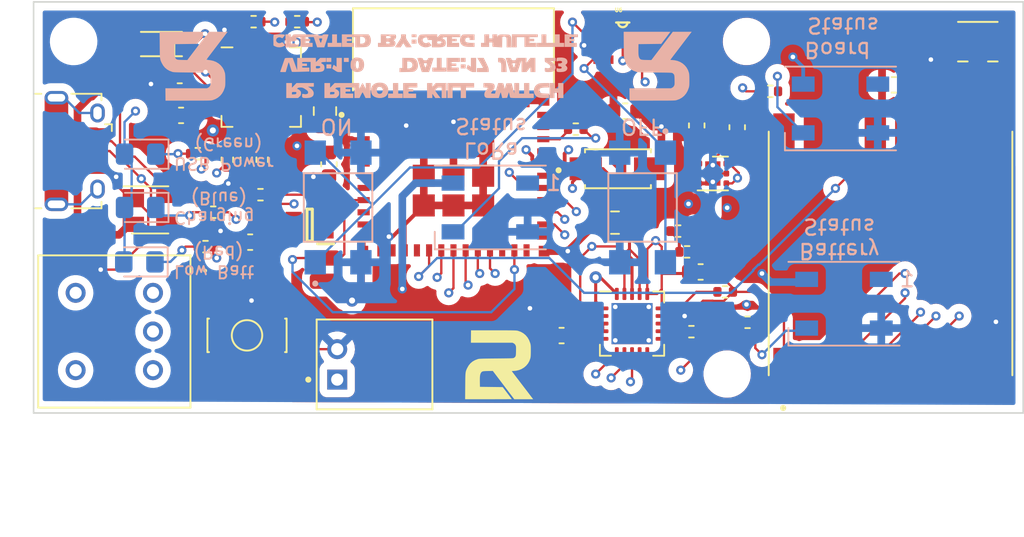
<source format=kicad_pcb>
(kicad_pcb (version 20211014) (generator pcbnew)
  (title_block (title "Kill Switch - Remote") (date "2023-04-12") (rev "1.1") (company "Created by: Greg Hulette") (comment 1 "- Creates WiFi Network for Remote Web Access") (comment 2 "- WiFi to LoRa Bridge") (comment 3 "- Buttons for Master Relay"))
  (layers (0 "F.Cu" signal) (1 "In1.Cu" signal) (2 "In2.Cu" signal) (31 "B.Cu" signal) (34 "B.Paste" user) (35 "F.Paste" user) (36 "B.SilkS" user "B.Silkscreen") (37 "F.SilkS" user "F.Silkscreen") (38 "B.Mask" user) (39 "F.Mask" user) (44 "Edge.Cuts" user))
  (net 0 "")
  (net 1 "+3V3")
  (net 2 "GND")
  (net 3 "RESET")
  (net 4 "Net-(C6-Pad2)")
  (net 5 "VBUS")
  (net 6 "Net-(C9-Pad1)")
  (net 7 "Net-(D1-PadA)")
  (net 8 "USB_DP")
  (net 9 "USB_DN")
  (net 10 "Net-(D4-Pad1)")
  (net 11 "Net-(D5-Pad1)")
  (net 13 "unconnected-(J1-Pad6)")
  (net 14 "Net-(J2-Pad1)")
  (net 15 "Net-(J3-Pad2)")
  (net 17 "Net-(L1-Pad3)")
  (net 20 "DTR")
  (net 21 "RTS")
  (net 22 "GPIO0")
  (net 23 "Net-(R2-Pad1)")
  (net 24 "RXD0")
  (net 25 "Net-(R3-Pad1)")
  (net 26 "TXD0")
  (net 27 "Net-(R4-Pad2)")
  (net 28 "Net-(R6-Pad1)")
  (net 29 "Net-(R7-Pad1)")
  (net 30 "Net-(R8-Pad1)")
  (net 31 "Net-(R9-Pad1)")
  (net 32 "Net-(R10-Pad1)")
  (net 33 "Net-(R11-Pad1)")
  (net 34 "BATT_LEVEL")
  (net 35 "STATUS_LED_DATA")
  (net 36 "BATSTAT_LED_DATA")
  (net 37 "Net-(TH1-Pad1)")
  (net 47 "DI0_LORA")
  (net 48 "RESET_LORA")
  (net 49 "SCK_LORA")
  (net 50 "MISO_LORA")
  (net 51 "MOSI_LORA")
  (net 52 "NSS_LORA")
  (net 56 "OFF_SW_OUT")
  (net 57 "ON_SW_OUT")
  (net 77 "DTS")
  (net 84 "LORA_LED_DATA")
  (net 86 "Net-(S2-Pad1)")
  (net 87 "Net-(D6-Pad1)")
  (net 88 "Net-(L2-Pad3)")
  (net 89 "Net-(L3-Pad3)")
  (net 90 "Net-(S3-Pad1)")
  (footprint "Capacitor_SMD:C_0603_1608Metric" (layer "F.Cu") (at 94.6 88.854 180)
    (fp_text reference "C5")
    (fp_text value ".1uF")
    (pad "1" smd roundrect locked (at -0.775 0 180) (size 0.9 0.95) (layers "F.Cu" "F.Paste" "F.Mask") (net 1 "+3V3"))
    (pad "2" smd roundrect locked (at 0.775 0 180) (size 0.9 0.95) (layers "F.Cu" "F.Paste" "F.Mask") (net 2 "GND"))
  )
  (footprint "MountingHole:MountingHole_2.1mm" (layer "F.Cu") (at 131.826 85.598)
    (fp_text reference "REF**" hide)
    (fp_text value "MountingHole_2.1mm" hide)
    (pad "" np_thru_hole circle locked (at 0 0) (size 2.1 2.1) (drill 2.1) (layers *.Cu *.Mask))
  )
  (footprint "Custom:JST_S2B-PH-K-S(LF)(SN)" (layer "F.Cu") (at 104.944 106.809 90)
    (fp_text reference "J2")
    (fp_text value "S2B-PH-K-S(LF)(SN)")
    (pad "1" thru_hole rect (at -1 0 90) (size 1.308 1.308) (drill 0.8) (layers *.Cu *.Mask) (net 14 "Net-(J2-Pad1)"))
    (pad "2" thru_hole circle (at 1 0 90) (size 1.308 1.308) (drill 0.8) (layers *.Cu *.Mask) (net 2 "GND"))
  )
  (footprint "Package_DFN_QFN:QFN-28-1EP_5x5mm_P0.5mm_EP3.35x3.35mm" (layer "F.Cu") (at 99.952 88.596)
    (fp_text reference "U2")
    (fp_text value "CP2102N-A02-GQFN28")
    (pad "1" smd roundrect locked (at -2.45 -1.5) (size 0.8 0.25) (layers "F.Cu" "F.Paste" "F.Mask"))
    (pad "2" smd roundrect locked (at -2.45 -1) (size 0.8 0.25) (layers "F.Cu" "F.Paste" "F.Mask"))
    (pad "3" smd roundrect locked (at -2.45 -0.5) (size 0.8 0.25) (layers "F.Cu" "F.Paste" "F.Mask") (net 2 "GND"))
    (pad "4" smd roundrect locked (at -2.45 0) (size 0.8 0.25) (layers "F.Cu" "F.Paste" "F.Mask") (net 8 "USB_DP"))
    (pad "5" smd roundrect locked (at -2.45 0.5) (size 0.8 0.25) (layers "F.Cu" "F.Paste" "F.Mask") (net 9 "USB_DN"))
    (pad "6" smd roundrect locked (at -2.45 1) (size 0.8 0.25) (layers "F.Cu" "F.Paste" "F.Mask") (net 1 "+3V3"))
    (pad "7" smd roundrect locked (at -2.45 1.5) (size 0.8 0.25) (layers "F.Cu" "F.Paste" "F.Mask") (net 1 "+3V3"))
    (pad "8" smd roundrect locked (at -1.5 2.45) (size 0.25 0.8) (layers "F.Cu" "F.Paste" "F.Mask") (net 27 "Net-(R4-Pad2)"))
    (pad "9" smd roundrect locked (at -1 2.45) (size 0.25 0.8) (layers "F.Cu" "F.Paste" "F.Mask") (net 28 "Net-(R6-Pad1)"))
    (pad "10" smd roundrect locked (at -0.5 2.45) (size 0.25 0.8) (layers "F.Cu" "F.Paste" "F.Mask"))
    (pad "11" smd roundrect locked (at 0 2.45) (size 0.25 0.8) (layers "F.Cu" "F.Paste" "F.Mask"))
    (pad "12" smd roundrect locked (at 0.5 2.45) (size 0.25 0.8) (layers "F.Cu" "F.Paste" "F.Mask"))
    (pad "13" smd roundrect locked (at 1 2.45) (size 0.25 0.8) (layers "F.Cu" "F.Paste" "F.Mask"))
    (pad "14" smd roundrect locked (at 1.5 2.45) (size 0.25 0.8) (layers "F.Cu" "F.Paste" "F.Mask"))
    (pad "15" smd roundrect locked (at 2.45 1.5) (size 0.8 0.25) (layers "F.Cu" "F.Paste" "F.Mask"))
    (pad "16" smd roundrect locked (at 2.45 1) (size 0.8 0.25) (layers "F.Cu" "F.Paste" "F.Mask"))
    (pad "17" smd roundrect locked (at 2.45 0.5) (size 0.8 0.25) (layers "F.Cu" "F.Paste" "F.Mask"))
    (pad "18" smd roundrect locked (at 2.45 0) (size 0.8 0.25) (layers "F.Cu" "F.Paste" "F.Mask"))
    (pad "19" smd roundrect locked (at 2.45 -0.5) (size 0.8 0.25) (layers "F.Cu" "F.Paste" "F.Mask"))
    (pad "20" smd roundrect locked (at 2.45 -1) (size 0.8 0.25) (layers "F.Cu" "F.Paste" "F.Mask"))
    (pad "21" smd roundrect locked (at 2.45 -1.5) (size 0.8 0.25) (layers "F.Cu" "F.Paste" "F.Mask"))
    (pad "22" smd roundrect locked (at 1.5 -2.45) (size 0.25 0.8) (layers "F.Cu" "F.Paste" "F.Mask"))
    (pad "23" smd roundrect locked (at 1 -2.45) (size 0.25 0.8) (layers "F.Cu" "F.Paste" "F.Mask"))
    (pad "24" smd roundrect locked (at 0.5 -2.45) (size 0.25 0.8) (layers "F.Cu" "F.Paste" "F.Mask") (net 21 "RTS"))
    (pad "25" smd roundrect locked (at 0 -2.45) (size 0.25 0.8) (layers "F.Cu" "F.Paste" "F.Mask") (net 25 "Net-(R3-Pad1)"))
    (pad "26" smd roundrect locked (at -0.5 -2.45) (size 0.25 0.8) (layers "F.Cu" "F.Paste" "F.Mask") (net 23 "Net-(R2-Pad1)"))
    (pad "27" smd roundrect locked (at -1 -2.45) (size 0.25 0.8) (layers "F.Cu" "F.Paste" "F.Mask"))
    (pad "28" smd roundrect locked (at -1.5 -2.45) (size 0.25 0.8) (layers "F.Cu" "F.Paste" "F.Mask") (net 77 "DTS"))
    (pad "29" smd rect locked (at 0 0) (size 3.35 3.35) (layers "F.Cu" "F.Mask") (net 2 "GND"))
  )
  (footprint "Custom:MODULE_ESP32-PICO-MINI-02" (layer "F.Cu") (at 112.579 94.418)
    (fp_text reference "U1")
    (fp_text value "ESP32-PICO-MINI-02")
    (pad "1" smd rect (at -5.9 -4) (size 0.8 0.4) (layers "F.Cu" "F.Paste" "F.Mask") (net 2 "GND"))
    (pad "2" smd rect (at -5.9 -3.2) (size 0.8 0.4) (layers "F.Cu" "F.Paste" "F.Mask") (net 2 "GND"))
    (pad "3" smd rect (at -5.9 -2.4) (size 0.8 0.4) (layers "F.Cu" "F.Paste" "F.Mask") (net 1 "+3V3"))
    (pad "4" smd rect (at -5.9 -1.6) (size 0.8 0.4) (layers "F.Cu" "F.Paste" "F.Mask"))
    (pad "5" smd rect (at -5.9 -0.8) (size 0.8 0.4) (layers "F.Cu" "F.Paste" "F.Mask"))
    (pad "6" smd rect (at -5.9 0) (size 0.8 0.4) (layers "F.Cu" "F.Paste" "F.Mask"))
    (pad "7" smd rect (at -5.9 0.8) (size 0.8 0.4) (layers "F.Cu" "F.Paste" "F.Mask"))
    (pad "8" smd rect (at -5.9 1.6) (size 0.8 0.4) (layers "F.Cu" "F.Paste" "F.Mask") (net 3 "RESET"))
    (pad "9" smd rect (at -5.9 2.4) (size 0.8 0.4) (layers "F.Cu" "F.Paste" "F.Mask"))
    (pad "10" smd rect (at -5.9 3.2) (size 0.8 0.4) (layers "F.Cu" "F.Paste" "F.Mask"))
    (pad "11" smd rect (at -5.9 4) (size 0.8 0.4) (layers "F.Cu" "F.Paste" "F.Mask") (net 2 "GND"))
    (pad "12" smd rect (at -4.8 4.9) (size 0.4 0.8) (layers "F.Cu" "F.Paste" "F.Mask"))
    (pad "13" smd rect (at -4 4.9) (size 0.4 0.8) (layers "F.Cu" "F.Paste" "F.Mask"))
    (pad "14" smd rect (at -3.2 4.9) (size 0.4 0.8) (layers "F.Cu" "F.Paste" "F.Mask") (net 2 "GND"))
    (pad "15" smd rect (at -2.4 4.9) (size 0.4 0.8) (layers "F.Cu" "F.Paste" "F.Mask"))
    (pad "16" smd rect (at -1.6 4.9) (size 0.4 0.8) (layers "F.Cu" "F.Paste" "F.Mask") (net 47 "DI0_LORA"))
    (pad "17" smd rect (at -0.8 4.9) (size 0.4 0.8) (layers "F.Cu" "F.Paste" "F.Mask") (net 48 "RESET_LORA"))
    (pad "18" smd rect (at 0 4.9) (size 0.4 0.8) (layers "F.Cu" "F.Paste" "F.Mask") (net 49 "SCK_LORA"))
    (pad "19" smd rect (at 0.8 4.9) (size 0.4 0.8) (layers "F.Cu" "F.Paste" "F.Mask") (net 50 "MISO_LORA"))
    (pad "20" smd rect (at 1.6 4.9) (size 0.4 0.8) (layers "F.Cu" "F.Paste" "F.Mask") (net 51 "MOSI_LORA"))
    (pad "21" smd rect (at 2.4 4.9) (size 0.4 0.8) (layers "F.Cu" "F.Paste" "F.Mask") (net 52 "NSS_LORA"))
    (pad "22" smd rect (at 3.2 4.9) (size 0.4 0.8) (layers "F.Cu" "F.Paste" "F.Mask"))
    (pad "23" smd rect (at 4 4.9) (size 0.4 0.8) (layers "F.Cu" "F.Paste" "F.Mask") (net 22 "GPIO0"))
    (pad "24" smd rect (at 4.8 4.9) (size 0.4 0.8) (layers "F.Cu" "F.Paste" "F.Mask"))
    (pad "25" smd rect (at 5.9 4) (size 0.8 0.4) (layers "F.Cu" "F.Paste" "F.Mask"))
    (pad "26" smd rect (at 5.9 3.2) (size 0.8 0.4) (layers "F.Cu" "F.Paste" "F.Mask") (net 84 "LORA_LED_DATA"))
    (pad "27" smd rect (at 5.9 2.4) (size 0.8 0.4) (layers "F.Cu" "F.Paste" "F.Mask") (net 56 "OFF_SW_OUT"))
    (pad "28" smd rect (at 5.9 1.6) (size 0.8 0.4) (layers "F.Cu" "F.Paste" "F.Mask") (net 57 "ON_SW_OUT"))
    (pad "29" smd rect (at 5.9 0.8) (size 0.8 0.4) (layers "F.Cu" "F.Paste" "F.Mask") (net 36 "BATSTAT_LED_DATA"))
    (pad "30" smd rect (at 5.9 0) (size 0.8 0.4) (layers "F.Cu" "F.Paste" "F.Mask") (net 24 "RXD0"))
    (pad "31" smd rect (at 5.9 -0.8) (size 0.8 0.4) (layers "F.Cu" "F.Paste" "F.Mask") (net 26 "TXD0"))
    (pad "32" smd rect (at 5.9 -1.6) (size 0.8 0.4) (layers "F.Cu" "F.Paste" "F.Mask"))
    (pad "33" smd rect (at 5.9 -2.4) (size 0.8 0.4) (layers "F.Cu" "F.Paste" "F.Mask") (net 35 "STATUS_LED_DATA"))
    (pad "34" smd rect (at 5.9 -3.2) (size 0.8 0.4) (layers "F.Cu" "F.Paste" "F.Mask"))
    (pad "35" smd rect (at 5.9 -4) (size 0.8 0.4) (layers "F.Cu" "F.Paste" "F.Mask"))
    (pad "36" smd rect (at 4.8 -4.9) (size 0.4 0.8) (layers "F.Cu" "F.Paste" "F.Mask") (net 2 "GND"))
    (pad "37" smd rect (at 4 -4.9) (size 0.4 0.8) (layers "F.Cu" "F.Paste" "F.Mask") (net 2 "GND"))
    (pad "38" smd rect (at 3.2 -4.9) (size 0.4 0.8) (layers "F.Cu" "F.Paste" "F.Mask") (net 2 "GND"))
    (pad "39" smd rect (at 2.4 -4.9) (size 0.4 0.8) (layers "F.Cu" "F.Paste" "F.Mask") (net 2 "GND"))
    (pad "40" smd rect (at 1.6 -4.9) (size 0.4 0.8) (layers "F.Cu" "F.Paste" "F.Mask") (net 2 "GND"))
    (pad "41" smd rect (at 0.8 -4.9) (size 0.4 0.8) (layers "F.Cu" "F.Paste" "F.Mask") (net 2 "GND"))
    (pad "42" smd rect (at 0 -4.9) (size 0.4 0.8) (layers "F.Cu" "F.Paste" "F.Mask") (net 2 "GND"))
    (pad "43" smd rect (at -0.8 -4.9) (size 0.4 0.8) (layers "F.Cu" "F.Paste" "F.Mask") (net 2 "GND"))
    (pad "44" smd rect (at -1.6 -4.9) (size 0.4 0.8) (layers "F.Cu" "F.Paste" "F.Mask") (net 2 "GND"))
    (pad "45" smd rect (at -2.4 -4.9) (size 0.4 0.8) (layers "F.Cu" "F.Paste" "F.Mask") (net 2 "GND"))
    (pad "46" smd rect (at -3.2 -4.9) (size 0.4 0.8) (layers "F.Cu" "F.Paste" "F.Mask") (net 2 "GND"))
    (pad "47" smd rect (at -4 -4.9) (size 0.4 0.8) (layers "F.Cu" "F.Paste" "F.Mask") (net 2 "GND"))
    (pad "48" smd rect (at -4.8 -4.9) (size 0.4 0.8) (layers "F.Cu" "F.Paste" "F.Mask") (net 2 "GND"))
    (pad "49" smd rect (at 0 0) (size 1.45 1.45) (layers "F.Cu" "F.Paste" "F.Mask") (net 2 "GND"))
    (pad "50" smd rect (at 5.95 -4.95) (size 0.7 0.7) (layers "F.Cu" "F.Paste" "F.Mask") (net 2 "GND"))
    (pad "51" smd rect (at 5.95 4.95) (size 0.7 0.7) (layers "F.Cu" "F.Paste" "F.Mask") (net 2 "GND"))
    (pad "52" smd rect (at -5.95 4.95) (size 0.7 0.7) (layers "F.Cu" "F.Paste" "F.Mask") (net 2 "GND"))
    (pad "53" smd rect (at -5.95 -4.95) (size 0.7 0.7) (layers "F.Cu" "F.Paste" "F.Mask") (net 2 "GND"))
    (pad "54" smd rect (at -1.95 0) (size 1.45 1.45) (layers "F.Cu" "F.Paste" "F.Mask") (net 2 "GND"))
    (pad "55" smd rect (at -1.95 1.95) (size 1.45 1.45) (layers "F.Cu" "F.Paste" "F.Mask") (net 2 "GND"))
    (pad "56" smd rect (at 0 1.95) (size 1.45 1.45) (layers "F.Cu" "F.Paste" "F.Mask") (net 2 "GND"))
    (pad "57" smd rect (at 1.95 1.95) (size 1.45 1.45) (layers "F.Cu" "F.Paste" "F.Mask") (net 2 "GND"))
    (pad "58" smd rect (at 1.95 0) (size 1.45 1.45) (layers "F.Cu" "F.Paste" "F.Mask") (net 2 "GND"))
    (pad "59" smd rect (at 1.95 -1.95) (size 1.45 1.45) (layers "F.Cu" "F.Paste" "F.Mask") (net 2 "GND"))
    (pad "60" smd rect (at 0 -1.95) (size 1.45 1.45) (layers "F.Cu" "F.Paste" "F.Mask") (net 2 "GND"))
    (pad "61" smd custom (at -1.95 -1.95) (size 0.5 0.5) (layers "F.Cu") (net 2 "GND") (options (clearance outline) (anchor rect)) (primitives (gr_poly (pts (xy 0.725 0.725) (xy -0.725 0.725) (xy -0.725 -0.125) (xy -0.125 -0.725) (xy 0.725 -0.725)) (width 0.01) (fill yes))))
    (zone (net 0) (net_name "") (layer "F.Cu") (connect_pads (clearance 0)) (min_thickness 0.01)
      (keepout (tracks not_allowed) (vias not_allowed) (pads not_allowed) (copperpour not_allowed) (footprints allowed))
      (fill (thermal_gap 0.508) (thermal_bridge_width 0.508))
      (polygon (pts (xy 105.979 83.418) (xy 119.179 83.418) (xy 119.179 88.818) (xy 105.979 88.818)))
    )
    (zone (net 0) (net_name "") (layer "B.Cu") (connect_pads (clearance 0)) (min_thickness 0.01)
      (keepout (tracks not_allowed) (vias not_allowed) (pads not_allowed) (copperpour not_allowed) (footprints allowed))
      (fill (thermal_gap 0.508) (thermal_bridge_width 0.508))
      (polygon (pts (xy 105.979 83.418) (xy 119.179 83.418) (xy 119.179 88.818) (xy 105.979 88.818)))
    )
  )
  (footprint "Connector_Wire:SolderWirePad_1x01_SMD_1x2mm" (layer "F.Cu") (at 104.14 101.346 90)
    (fp_text reference "REF**" hide)
    (fp_text value "SolderWirePad_1x01_SMD_1x2mm" hide)
    (pad "1" smd roundrect locked (at 0 0 90) (size 1 2) (layers "F.Cu" "F.Paste" "F.Mask") (net 2 "GND"))
  )
  (footprint "Resistor_SMD:R_0402_1005Metric" (layer "F.Cu") (at 127.338 98.054 180)
    (fp_text reference "R13")
    (fp_text value "100K")
    (pad "1" smd roundrect locked (at -0.51 0 180) (size 0.54 0.64) (layers "F.Cu" "F.Paste" "F.Mask") (net 2 "GND"))
    (pad "2" smd roundrect locked (at 0.51 0 180) (size 0.54 0.64) (layers "F.Cu" "F.Paste" "F.Mask") (net 34 "BATT_LEVEL"))
  )
  (footprint "Capacitor_SMD:C_0603_1608Metric" (layer "F.Cu") (at 141.504 88.446)
    (fp_text reference "C10")
    (fp_text value ".1uF")
    (pad "1" smd roundrect locked (at -0.775 0) (size 0.9 0.95) (layers "F.Cu" "F.Paste" "F.Mask") (net 1 "+3V3"))
    (pad "2" smd roundrect locked (at 0.775 0) (size 0.9 0.95) (layers "F.Cu" "F.Paste" "F.Mask") (net 2 "GND"))
  )
  (footprint "Resistor_SMD:R_0402_1005Metric" (layer "F.Cu") (at 131.896 104.044 180)
    (fp_text reference "R17")
    (fp_text value "470")
    (pad "1" smd roundrect locked (at -0.51 0 180) (size 0.54 0.64) (layers "F.Cu" "F.Paste" "F.Mask") (net 89 "Net-(L3-Pad3)"))
    (pad "2" smd roundrect locked (at 0.51 0 180) (size 0.54 0.64) (layers "F.Cu" "F.Paste" "F.Mask") (net 36 "BATSTAT_LED_DATA"))
  )
  (footprint "Capacitor_SMD:C_0603_1608Metric" (layer "F.Cu") (at 128.558 91.114 -90)
    (fp_text reference "C7")
    (fp_text value "1uF")
    (pad "1" smd roundrect locked (at -0.775 0 270) (size 0.9 0.95) (layers "F.Cu" "F.Paste" "F.Mask") (net 2 "GND"))
    (pad "2" smd roundrect locked (at 0.775 0 270) (size 0.9 0.95) (layers "F.Cu" "F.Paste" "F.Mask") (net 1 "+3V3"))
  )
  (footprint "Capacitor_SMD:C_0603_1608Metric" (layer "F.Cu") (at 99.226 98.78 180)
    (fp_text reference "C3")
    (fp_text value ".1uF")
    (pad "1" smd roundrect locked (at -0.775 0 180) (size 0.9 0.95) (layers "F.Cu" "F.Paste" "F.Mask") (net 3 "RESET"))
    (pad "2" smd roundrect locked (at 0.775 0 180) (size 0.9 0.95) (layers "F.Cu" "F.Paste" "F.Mask") (net 2 "GND"))
  )
  (footprint "Capacitor_SMD:C_0805_2012Metric" (layer "F.Cu") (at 104.14 90.17 90)
    (fp_text reference "C1")
    (fp_text value "10uF")
    (pad "1" smd roundrect locked (at -0.95 0 90) (size 1 1.45) (layers "F.Cu" "F.Paste" "F.Mask") (net 1 "+3V3"))
    (pad "2" smd roundrect locked (at 0.95 0 90) (size 1 1.45) (layers "F.Cu" "F.Paste" "F.Mask") (net 2 "GND"))
  )
  (footprint "Connector_USB:USB_Micro-B_Amphenol_10118194_Horizontal" (layer "F.Cu") (at 87.8 92.794 -90)
    (fp_text reference "J1")
    (fp_text value "USB_B_Micro")
    (pad "1" smd rect locked (at -1.3 -1.4 270) (size 0.4 1.35) (layers "F.Cu" "F.Paste" "F.Mask") (net 7 "Net-(D1-PadA)"))
    (pad "2" smd rect locked (at -0.65 -1.4 270) (size 0.4 1.35) (layers "F.Cu" "F.Paste" "F.Mask") (net 9 "USB_DN"))
    (pad "3" smd rect locked (at 0 -1.4 270) (size 0.4 1.35) (layers "F.Cu" "F.Paste" "F.Mask") (net 8 "USB_DP"))
    (pad "4" smd rect locked (at 0.65 -1.4 270) (size 0.4 1.35) (layers "F.Cu" "F.Paste" "F.Mask"))
    (pad "5" smd rect locked (at 1.3 -1.4 270) (size 0.4 1.35) (layers "F.Cu" "F.Paste" "F.Mask") (net 2 "GND"))
    (pad "6" smd rect locked (at 2.9 1.3 270) (size 1.2 1.55) (layers "F.Cu" "F.Paste" "F.Mask") (net 13 "unconnected-(J1-Pad6)"))
    (pad "6" smd rect locked (at -1 1.3 270) (size 1.5 1.55) (layers "F.Cu" "F.Paste" "F.Mask") (net 13 "unconnected-(J1-Pad6)"))
    (pad "6" thru_hole oval locked (at 2.5 -1.4 270) (size 1.25 0.95) (drill oval 0.85 0.55) (layers *.Cu *.Mask) (net 13 "unconnected-(J1-Pad6)"))
    (pad "6" thru_hole oval locked (at 3.5 1.3 270) (size 0.89 1.55) (drill oval 0.5 1.15) (layers *.Cu *.Mask) (net 13 "unconnected-(J1-Pad6)"))
    (pad "6" thru_hole oval locked (at -3.5 1.3 270) (size 0.89 1.55) (drill oval 0.5 1.15) (layers *.Cu *.Mask) (net 13 "unconnected-(J1-Pad6)"))
    (pad "6" smd rect locked (at -2.9 1.3 270) (size 1.2 1.55) (layers "F.Cu" "F.Paste" "F.Mask") (net 13 "unconnected-(J1-Pad6)"))
    (pad "6" smd rect locked (at 1 1.3 270) (size 1.5 1.55) (layers "F.Cu" "F.Paste" "F.Mask") (net 13 "unconnected-(J1-Pad6)"))
    (pad "6" thru_hole oval locked (at -2.5 -1.4 270) (size 1.25 0.95) (drill oval 0.85 0.55) (layers *.Cu *.Mask) (net 13 "unconnected-(J1-Pad6)"))
  )
  (footprint "Resistor_SMD:R_0402_1005Metric" (layer "F.Cu") (at 100.016 93.364 -90)
    (fp_text reference "R6")
    (fp_text value "1K")
    (pad "1" smd roundrect locked (at -0.51 0 270) (size 0.54 0.64) (layers "F.Cu" "F.Paste" "F.Mask") (net 28 "Net-(R6-Pad1)"))
    (pad "2" smd roundrect locked (at 0.51 0 270) (size 0.54 0.64) (layers "F.Cu" "F.Paste" "F.Mask") (net 1 "+3V3"))
  )
  (footprint "Package_SON:WSON-6-1EP_2x2mm_P0.65mm_EP1x1.6mm_ThermalVias" (layer "F.Cu") (at 129.614 94.27)
    (fp_text reference "U3")
    (fp_text value "LP5912-3.3DRV")
    (pad "1" smd roundrect locked (at -0.8875 -0.65) (size 0.375 0.4) (layers "F.Cu" "F.Paste" "F.Mask") (net 1 "+3V3"))
    (pad "2" smd roundrect locked (at -0.8875 0) (size 0.375 0.4) (layers "F.Cu" "F.Paste" "F.Mask"))
    (pad "3" smd roundrect locked (at -0.8875 0.65) (size 0.375 0.4) (layers "F.Cu" "F.Paste" "F.Mask") (net 2 "GND"))
    (pad "4" smd roundrect locked (at 0.8875 0.65) (size 0.375 0.4) (layers "F.Cu" "F.Paste" "F.Mask") (net 4 "Net-(C6-Pad2)"))
    (pad "5" smd roundrect locked (at 0.8875 0) (size 0.375 0.4) (layers "F.Cu" "F.Paste" "F.Mask") (net 2 "GND"))
    (pad "6" smd roundrect locked (at 0.8875 -0.65) (size 0.375 0.4) (layers "F.Cu" "F.Paste" "F.Mask") (net 4 "Net-(C6-Pad2)"))
    (pad "7" smd rect locked (at 0 0) (size 1 1.6) (layers "F.Cu" "F.Mask") (net 2 "GND"))
    (pad "7" thru_hole circle locked (at 0 0.55) (size 0.5 0.5) (drill 0.3) (layers *.Cu) (net 2 "GND"))
    (pad "7" smd rect locked (at 0 0) (size 0.5 1.6) (layers "B.Cu") (net 2 "GND"))
    (pad "7" thru_hole circle locked (at 0 -0.55) (size 0.5 0.5) (drill 0.3) (layers *.Cu) (net 2 "GND"))
  )
  (footprint "Resistor_SMD:R_0402_1005Metric" (layer "F.Cu") (at 98.97 93.364 -90)
    (fp_text reference "R5")
    (fp_text value "47.5K")
    (pad "1" smd roundrect locked (at -0.51 0 270) (size 0.54 0.64) (layers "F.Cu" "F.Paste" "F.Mask") (net 27 "Net-(R4-Pad2)"))
    (pad "2" smd roundrect locked (at 0.51 0 270) (size 0.54 0.64) (layers "F.Cu" "F.Paste" "F.Mask") (net 2 "GND"))
  )
  (footprint "Package_DFN_QFN:QFN-20-1EP_4x4mm_P0.5mm_EP2.7x2.7mm_ThermalVias" (layer "F.Cu") (at 124.308 104.13)
    (fp_text reference "U4")
    (fp_text value "MCP73871-2CC-Custom")
    (pad "1" smd roundrect locked (at -1.95 -1) (size 0.8 0.25) (layers "F.Cu" "F.Paste" "F.Mask") (net 4 "Net-(C6-Pad2)"))
    (pad "2" smd roundrect locked (at -1.95 -0.5) (size 0.8 0.25) (layers "F.Cu" "F.Paste" "F.Mask") (net 5 "VBUS"))
    (pad "3" smd roundrect locked (at -1.95 0) (size 0.8 0.25) (layers "F.Cu" "F.Paste" "F.Mask") (net 2 "GND"))
    (pad "4" smd roundrect locked (at -1.95 0.5) (size 0.8 0.25) (layers "F.Cu" "F.Paste" "F.Mask") (net 2 "GND"))
    (pad "5" smd roundrect locked (at -1.95 1) (size 0.8 0.25) (layers "F.Cu" "F.Paste" "F.Mask") (net 37 "Net-(TH1-Pad1)"))
    (pad "6" smd roundrect locked (at -1 1.95) (size 0.25 0.8) (layers "F.Cu" "F.Paste" "F.Mask") (net 29 "Net-(R7-Pad1)"))
    (pad "7" smd roundrect locked (at -0.5 1.95) (size 0.25 0.8) (layers "F.Cu" "F.Paste" "F.Mask") (net 30 "Net-(R8-Pad1)"))
    (pad "8" smd roundrect locked (at 0 1.95) (size 0.25 0.8) (layers "F.Cu" "F.Paste" "F.Mask") (net 31 "Net-(R9-Pad1)"))
    (pad "9" smd roundrect locked (at 0.5 1.95) (size 0.25 0.8) (layers "F.Cu" "F.Paste" "F.Mask") (net 2 "GND"))
    (pad "10" smd roundrect locked (at 1 1.95) (size 0.25 0.8) (layers "F.Cu" "F.Paste" "F.Mask") (net 2 "GND"))
    (pad "11" smd roundrect locked (at 1.95 1) (size 0.8 0.25) (layers "F.Cu" "F.Paste" "F.Mask") (net 2 "GND"))
    (pad "12" smd roundrect locked (at 1.95 0.5) (size 0.8 0.25) (layers "F.Cu" "F.Paste" "F.Mask") (net 33 "Net-(R11-Pad1)"))
    (pad "13" smd roundrect locked (at 1.95 0) (size 0.8 0.25) (layers "F.Cu" "F.Paste" "F.Mask") (net 32 "Net-(R10-Pad1)"))
    (pad "14" smd roundrect locked (at 1.95 -0.5) (size 0.8 0.25) (layers "F.Cu" "F.Paste" "F.Mask") (net 6 "Net-(C9-Pad1)"))
    (pad "15" smd roundrect locked (at 1.95 -1) (size 0.8 0.25) (layers "F.Cu" "F.Paste" "F.Mask") (net 6 "Net-(C9-Pad1)"))
    (pad "16" smd roundrect locked (at 1 -1.95) (size 0.25 0.8) (layers "F.Cu" "F.Paste" "F.Mask") (net 6 "Net-(C9-Pad1)"))
    (pad "17" smd roundrect locked (at 0.5 -1.95) (size 0.25 0.8) (layers "F.Cu" "F.Paste" "F.Mask") (net 5 "VBUS"))
    (pad "18" smd roundrect locked (at 0 -1.95) (size 0.25 0.8) (layers "F.Cu" "F.Paste" "F.Mask") (net 5 "VBUS"))
    (pad "19" smd roundrect locked (at -0.5 -1.95) (size 0.25 0.8) (layers "F.Cu" "F.Paste" "F.Mask") (net 5 "VBUS"))
    (pad "20" smd roundrect locked (at -1 -1.95) (size 0.25 0.8) (layers "F.Cu" "F.Paste" "F.Mask") (net 4 "Net-(C6-Pad2)"))
    (pad "21" smd rect locked (at 0 0) (size 2.7 2.7) (layers "F.Cu" "F.Mask"))
    (pad "21" thru_hole circle locked (at 1.1 -1.1) (size 0.5 0.5) (drill 0.3) (layers *.Cu))
    (pad "21" thru_hole circle locked (at -1.1 -1.1) (size 0.5 0.5) (drill 0.3) (layers *.Cu))
    (pad "21" smd rect locked (at 0 0) (size 2.7 2.7) (layers "B.Cu"))
    (pad "21" thru_hole circle locked (at -1.1 1.1) (size 0.5 0.5) (drill 0.3) (layers *.Cu))
    (pad "21" thru_hole circle locked (at 1.1 1.1) (size 0.5 0.5) (drill 0.3) (layers *.Cu))
  )
  (footprint "Resistor_SMD:R_0402_1005Metric" (layer "F.Cu") (at 127.926 99.418)
    (fp_text reference "R12")
    (fp_text value "100K")
    (pad "1" smd roundrect locked (at -0.51 0) (size 0.54 0.64) (layers "F.Cu" "F.Paste" "F.Mask") (net 34 "BATT_LEVEL"))
    (pad "2" smd roundrect locked (at 0.51 0) (size 0.54 0.64) (layers "F.Cu" "F.Paste" "F.Mask") (net 6 "Net-(C9-Pad1)"))
  )
  (footprint "Resistor_SMD:R_0402_1005Metric" (layer "F.Cu") (at 130.426 102.046)
    (fp_text reference "R10")
    (fp_text value "10K")
    (pad "1" smd roundrect locked (at -0.51 0) (size 0.54 0.64) (layers "F.Cu" "F.Paste" "F.Mask") (net 32 "Net-(R10-Pad1)"))
    (pad "2" smd roundrect locked (at 0.51 0) (size 0.54 0.64) (layers "F.Cu" "F.Paste" "F.Mask") (net 2 "GND"))
  )
  (footprint "Resistor_SMD:R_0402_1005Metric" (layer "F.Cu") (at 95.78392 92.97 180)
    (fp_text reference "R7")
    (fp_text value "82")
    (pad "1" smd roundrect locked (at -0.51 0 180) (size 0.54 0.64) (layers "F.Cu" "F.Paste" "F.Mask") (net 29 "Net-(R7-Pad1)"))
    (pad "2" smd roundrect locked (at 0.51 0 180) (size 0.54 0.64) (layers "F.Cu" "F.Paste" "F.Mask") (net 10 "Net-(D4-Pad1)"))
  )
  (footprint "Capacitor_SMD:C_0603_1608Metric" (layer "F.Cu") (at 128.814 100.736)
    (fp_text reference "C9")
    (fp_text value "4.7uF")
    (pad "1" smd roundrect locked (at -0.775 0) (size 0.9 0.95) (layers "F.Cu" "F.Paste" "F.Mask") (net 6 "Net-(C9-Pad1)"))
    (pad "2" smd roundrect locked (at 0.775 0) (size 0.9 0.95) (layers "F.Cu" "F.Paste" "F.Mask") (net 2 "GND"))
  )
  (footprint "Resistor_SMD:R_0402_1005Metric" (layer "F.Cu") (at 133.39 88.872 180)
    (fp_text reference "R14")
    (fp_text value "470")
    (pad "1" smd roundrect locked (at -0.51 0 180) (size 0.54 0.64) (layers "F.Cu" "F.Paste" "F.Mask") (net 17 "Net-(L1-Pad3)"))
    (pad "2" smd roundrect locked (at 0.51 0 180) (size 0.54 0.64) (layers "F.Cu" "F.Paste" "F.Mask") (net 84 "LORA_LED_DATA"))
  )
  (footprint "Resistor_SMD:R_0402_1005Metric" (layer "F.Cu") (at 97.728 93.368 90)
    (fp_text reference "R4")
    (fp_text value "22.1K")
    (pad "1" smd roundrect locked (at -0.51 0 90) (size 0.54 0.64) (layers "F.Cu" "F.Paste" "F.Mask") (net 5 "VBUS"))
    (pad "2" smd roundrect locked (at 0.51 0 90) (size 0.54 0.64) (layers "F.Cu" "F.Paste" "F.Mask") (net 27 "Net-(R4-Pad2)"))
  )
  (footprint "Custom:SOT95P280X145-6N" (layer "F.Cu") (at 123.698 85.852)
    (fp_text reference "U6" (at -0.27652 -2.31728) (layer "F.SilkS") (effects (font (size 0.25 0.25) (thickness 0.0625))))
    (fp_text value "MAX6817EUT+T")
    (pad "1" smd rect (at -1.27 -0.9398) (size 1.3208 0.5588) (layers "F.Cu" "F.Paste" "F.Mask") (net 86 "Net-(S2-Pad1)"))
    (pad "2" smd rect (at -1.27 0) (size 1.3208 0.5588) (layers "F.Cu" "F.Paste" "F.Mask") (net 2 "GND"))
    (pad "3" smd rect (at -1.27 0.9398) (size 1.3208 0.5588) (layers "F.Cu" "F.Paste" "F.Mask") (net 90 "Net-(S3-Pad1)"))
    (pad "4" smd rect (at 1.27 0.9398) (size 1.3208 0.5588) (layers "F.Cu" "F.Paste" "F.Mask") (net 56 "OFF_SW_OUT"))
    (pad "5" smd rect (at 1.27 0) (size 1.3208 0.5588) (layers "F.Cu" "F.Paste" "F.Mask") (net 1 "+3V3"))
    (pad "6" smd rect (at 1.27 -0.9398) (size 1.3208 0.5588) (layers "F.Cu" "F.Paste" "F.Mask") (net 57 "ON_SW_OUT"))
  )
  (footprint "Custom:SMAJ5.0_DIOM4325X250N" (layer "F.Cu") (at 123.383 93.958)
    (fp_text reference "D3")
    (fp_text value "SMAJ5.0")
    (pad "A" smd rect (at 2.115 0) (size 2.12 1.5) (layers "F.Cu" "F.Paste" "F.Mask") (net 2 "GND"))
    (pad "C" smd rect (at -2.115 0) (size 2.12 1.5) (layers "F.Cu" "F.Paste" "F.Mask") (net 5 "VBUS"))
  )
  (footprint "Custom:SOD3716X135N" (layer "F.Cu") (at 93.3985 85.7685 180)
    (fp_text reference "D1")
    (fp_text value "B5819W-TP")
    (pad "A" smd rect (at 1.6383 0 180) (size 0.9144 1.2192) (layers "F.Cu" "F.Paste" "F.Mask") (net 7 "Net-(D1-PadA)"))
    (pad "C" smd rect (at -1.6383 0 180) (size 0.9144 1.2192) (layers "F.Cu" "F.Paste" "F.Mask") (net 5 "VBUS"))
  )
  (footprint "MountingHole:MountingHole_2.1mm" (layer "F.Cu") (at 87.63 85.598)
    (fp_text reference "REF**" hide)
    (fp_text value "MountingHole_2.1mm" hide)
    (pad "" np_thru_hole circle locked (at 0 0) (size 2.1 2.1) (drill 2.1) (layers *.Cu *.Mask))
  )
  (footprint "Resistor_SMD:R_0402_1005Metric" (layer "F.Cu") (at 102.314 84.3)
    (fp_text reference "R3")
    (fp_text value "1K")
    (pad "1" smd roundrect locked (at -0.51 0) (size 0.54 0.64) (layers "F.Cu" "F.Paste" "F.Mask") (net 25 "Net-(R3-Pad1)"))
    (pad "2" smd roundrect locked (at 0.51 0) (size 0.54 0.64) (layers "F.Cu" "F.Paste" "F.Mask") (net 26 "TXD0"))
  )
  (footprint "Custom:RFM95W-915S2" (layer "F.Cu") (at 141.287 99.522 90)
    (fp_text reference "U5")
    (fp_text value "RFM95W-915S2")
    (pad "1" smd rect (at -7.7 -7 90) (size 3 1.4) (layers "F.Cu" "F.Paste" "F.Mask") (net 2 "GND"))
    (pad "2" smd rect (at -7.7 -5 90) (size 3 1.4) (layers "F.Cu" "F.Paste" "F.Mask") (net 50 "MISO_LORA"))
    (pad "3" smd rect (at -7.7 -3 90) (size 3 1.4) (layers "F.Cu" "F.Paste" "F.Mask") (net 51 "MOSI_LORA"))
    (pad "4" smd rect (at -7.7 -1 90) (size 3 1.4) (layers "F.Cu" "F.Paste" "F.Mask") (net 49 "SCK_LORA"))
    (pad "5" smd rect (at -7.7 1 90) (size 3 1.4) (layers "F.Cu" "F.Paste" "F.Mask") (net 52 "NSS_LORA"))
    (pad "6" smd rect (at -7.7 3 90) (size 3 1.4) (layers "F.Cu" "F.Paste" "F.Mask") (net 48 "RESET_LORA"))
    (pad "7" smd rect (at -7.7 5 90) (size 3 1.4) (layers "F.Cu" "F.Paste" "F.Mask"))
    (pad "8" smd rect (at -7.7 7 90) (size 3 1.4) (layers "F.Cu" "F.Paste" "F.Mask") (net 2 "GND"))
    (pad "9" smd rect (at 7.7 7 90) (size 3 1.4) (layers "F.Cu" "F.Paste" "F.Mask") (net 15 "Net-(J3-Pad2)"))
    (pad "10" smd rect (at 7.7 5 90) (size 3 1.4) (layers "F.Cu" "F.Paste" "F.Mask") (net 2 "GND"))
    (pad "11" smd rect (at 7.7 3 90) (size 3 1.4) (layers "F.Cu" "F.Paste" "F.Mask"))
    (pad "12" smd rect (at 7.7 1 90) (size 3 1.4) (layers "F.Cu" "F.Paste" "F.Mask"))
    (pad "13" smd rect (at 7.7 -1 90) (size 3 1.4) (layers "F.Cu" "F.Paste" "F.Mask") (net 1 "+3V3"))
    (pad "14" smd rect (at 7.7 -3 90) (size 3 1.4) (layers "F.Cu" "F.Paste" "F.Mask") (net 47 "DI0_LORA"))
    (pad "15" smd rect (at 7.7 -5 90) (size 3 1.4) (layers "F.Cu" "F.Paste" "F.Mask"))
    (pad "16" smd rect (at 7.7 -7 90) (size 3 1.4) (layers "F.Cu" "F.Paste" "F.Mask"))
  )
  (footprint "Capacitor_SMD:C_0603_1608Metric" (layer "F.Cu") (at 119.68 104.916 180)
    (fp_text reference "TH1")
    (fp_text value "10K")
    (pad "1" smd roundrect locked (at -0.775 0 180) (size 0.9 0.95) (layers "F.Cu" "F.Paste" "F.Mask") (net 37 "Net-(TH1-Pad1)"))
    (pad "2" smd roundrect locked (at 0.775 0 180) (size 0.9 0.95) (layers "F.Cu" "F.Paste" "F.Mask") (net 2 "GND"))
  )
  (footprint "Capacitor_SMD:C_0603_1608Metric" (layer "F.Cu") (at 104.4 93.666 -90)
    (fp_text reference "C2")
    (fp_text value ".1uF")
    (pad "1" smd roundrect locked (at -0.775 0 270) (size 0.9 0.95) (layers "F.Cu" "F.Paste" "F.Mask") (net 1 "+3V3"))
    (pad "2" smd roundrect locked (at 0.775 0 270) (size 0.9 0.95) (layers "F.Cu" "F.Paste" "F.Mask") (net 2 "GND"))
  )
  (footprint "Custom:SOT65P230X110-6N" (layer "F.Cu") (at 103.133 97.662 180)
    (fp_text reference "Q2")
    (fp_text value "UMH3N")
    (pad "1" smd rect (at -1.05 -0.65 180) (size 1.05 0.45) (layers "F.Cu" "F.Paste" "F.Mask") (net 21 "RTS"))
    (pad "2" smd rect (at -1.05 0 180) (size 1.05 0.45) (layers "F.Cu" "F.Paste" "F.Mask") (net 20 "DTR"))
    (pad "3" smd rect (at -1.05 0.65 180) (size 1.05 0.45) (layers "F.Cu" "F.Paste" "F.Mask") (net 22 "GPIO0"))
    (pad "4" smd rect (at 1.05 0.65 180) (size 1.05 0.45) (layers "F.Cu" "F.Paste" "F.Mask") (net 20 "DTR"))
    (pad "5" smd rect (at 1.05 0 180) (size 1.05 0.45) (layers "F.Cu" "F.Paste" "F.Mask") (net 21 "RTS"))
    (pad "6" smd rect (at 1.05 -0.65 180) (size 1.05 0.45) (layers "F.Cu" "F.Paste" "F.Mask") (net 3 "RESET"))
  )
  (footprint "MountingHole:MountingHole_2.1mm" (layer "F.Cu") (at 130.556 107.442)
    (fp_text reference "REF**" hide)
    (fp_text value "MountingHole_2.1mm" hide)
    (pad "" np_thru_hole circle locked (at 0 0) (size 2.1 2.1) (drill 2.1) (layers *.Cu *.Mask))
  )
  (footprint "Connector_Wire:SolderWirePad_1x01_SMD_1x2mm" (layer "F.Cu") (at 104.14 99.822 90)
    (fp_text reference "REF**" hide)
    (fp_text value "SolderWirePad_1x01_SMD_1x2mm" hide)
    (pad "1" smd roundrect locked (at 0 0 90) (size 1 2) (layers "F.Cu" "F.Paste" "F.Mask") (net 22 "GPIO0"))
  )
  (footprint "Capacitor_SMD:C_0805_2012Metric" (layer "F.Cu") (at 123.19 97.498 180)
    (fp_text reference "C8")
    (fp_text value "10uF")
    (pad "1" smd roundrect locked (at -0.95 0 180) (size 1 1.45) (layers "F.Cu" "F.Paste" "F.Mask") (net 5 "VBUS"))
    (pad "2" smd roundrect locked (at 0.95 0 180) (size 1 1.45) (layers "F.Cu" "F.Paste" "F.Mask") (net 2 "GND"))
  )
  (footprint "Capacitor_SMD:C_0603_1608Metric" (layer "F.Cu") (at 131.216 91.232 90)
    (fp_text reference "C6")
    (fp_text value "1uF")
    (pad "1" smd roundrect locked (at -0.775 0 90) (size 0.9 0.95) (layers "F.Cu" "F.Paste" "F.Mask") (net 2 "GND"))
    (pad "2" smd roundrect locked (at 0.775 0 90) (size 0.9 0.95) (layers "F.Cu" "F.Paste" "F.Mask") (net 4 "Net-(C6-Pad2)"))
  )
  (footprint "Resistor_SMD:R_0402_1005Metric" (layer "F.Cu") (at 128.208 104.66)
    (fp_text reference "R11")
    (fp_text value "100K")
    (pad "1" smd roundrect locked (at -0.51 0) (size 0.54 0.64) (layers "F.Cu" "F.Paste" "F.Mask") (net 33 "Net-(R11-Pad1)"))
    (pad "2" smd roundrect locked (at 0.51 0) (size 0.54 0.64) (layers "F.Cu" "F.Paste" "F.Mask") (net 2 "GND"))
  )
  (footprint "Package_TO_SOT_SMD:SOT-143" (layer "F.Cu") (at 92.654 96.66)
    (fp_text reference "D2")
    (fp_text value "SP0503BAHTG")
    (pad "1" smd rect locked (at -1.1 -0.77 270) (size 1.2 1.4) (layers "F.Cu" "F.Paste" "F.Mask") (net 2 "GND"))
    (pad "2" smd rect locked (at -1.1 0.95 270) (size 1 1.4) (layers "F.Cu" "F.Paste" "F.Mask") (net 7 "Net-(D1-PadA)"))
    (pad "3" smd rect locked (at 1.1 0.95 270) (size 1 1.4) (layers "F.Cu" "F.Paste" "F.Mask") (net 8 "USB_DP"))
    (pad "4" smd rect locked (at 1.1 -0.95 270) (size 1 1.4) (layers "F.Cu" "F.Paste" "F.Mask") (net 9 "USB_DN"))
  )
  (footprint "Resistor_SMD:R_0402_1005Metric" (layer "F.Cu") (at 96.29192 99.074 180)
    (fp_text reference "R9")
    (fp_text value "150")
    (pad "1" smd roundrect locked (at -0.51 0 180) (size 0.54 0.64) (layers "F.Cu" "F.Paste" "F.Mask") (net 31 "Net-(R9-Pad1)"))
    (pad "2" smd roundrect locked (at 0.51 0 180) (size 0.54 0.64) (layers "F.Cu" "F.Paste" "F.Mask") (net 87 "Net-(D6-Pad1)"))
  )
  (footprint "Resistor_SMD:R_0402_1005Metric" (layer "F.Cu") (at 120.614 91.358 180)
    (fp_text reference "R16")
    (fp_text value "470")
    (pad "1" smd roundrect locked (at -0.51 0 180) (size 0.54 0.64) (layers "F.Cu" "F.Paste" "F.Mask") (net 88 "Net-(L2-Pad3)"))
    (pad "2" smd roundrect locked (at 0.51 0 180) (size 0.54 0.64) (layers "F.Cu" "F.Paste" "F.Mask") (net 35 "STATUS_LED_DATA"))
  )
  (footprint "Custom:AS11CH" (layer "F.Cu") (at 90.30292 104.648 -90)
    (fp_text reference "SW4")
    (fp_text value "AS11CH")
    (pad "1" thru_hole circle (at -2.54 -2.54 270) (size 1.308 1.308) (drill 0.8) (layers *.Cu *.Mask) (net 6 "Net-(C9-Pad1)"))
    (pad "2" thru_hole circle (at 0 -2.54 270) (size 1.308 1.308) (drill 0.8) (layers *.Cu *.Mask))
    (pad "3" thru_hole circle (at 2.54 -2.54 270) (size 1.308 1.308) (drill 0.8) (layers *.Cu *.Mask) (net 14 "Net-(J2-Pad1)"))
    (pad "M1" thru_hole circle (at -2.54 2.54 270) (size 1.308 1.308) (drill 0.8) (layers *.Cu *.Mask))
    (pad "M2" thru_hole circle (at 2.54 2.54 270) (size 1.308 1.308) (drill 0.8) (layers *.Cu *.Mask))
  )
  (footprint "Capacitor_SMD:C_0603_1608Metric" (layer "F.Cu") (at 123.864 90.174)
    (fp_text reference "C11")
    (fp_text value ".1uF")
    (pad "1" smd roundrect locked (at -0.775 0) (size 0.9 0.95) (layers "F.Cu" "F.Paste" "F.Mask") (net 1 "+3V3"))
    (pad "2" smd roundrect locked (at 0.775 0) (size 0.9 0.95) (layers "F.Cu" "F.Paste" "F.Mask") (net 2 "GND"))
  )
  (footprint "Resistor_SMD:R_0402_1005Metric" (layer "F.Cu") (at 99.902 95.662)
    (fp_text reference "R1")
    (fp_text value "10K")
    (pad "1" smd roundrect locked (at -0.51 0) (size 0.54 0.64) (layers "F.Cu" "F.Paste" "F.Mask") (net 1 "+3V3"))
    (pad "2" smd roundrect locked (at 0.51 0) (size 0.54 0.64) (layers "F.Cu" "F.Paste" "F.Mask") (net 3 "RESET"))
  )
  (footprint "Resistor_SMD:R_0402_1005Metric" (layer "F.Cu") (at 96.79992 96.814 180)
    (fp_text reference "R8")
    (fp_text value "82")
    (pad "1" smd roundrect locked (at -0.51 0 180) (size 0.54 0.64) (layers "F.Cu" "F.Paste" "F.Mask") (net 30 "Net-(R8-Pad1)"))
    (pad "2" smd roundrect locked (at 0.51 0 180) (size 0.54 0.64) (layers "F.Cu" "F.Paste" "F.Mask") (net 11 "Net-(D5-Pad1)"))
  )
  (footprint "Custom:SW_TL3342F160QG" (layer "F.Cu") (at 99.018618 104.902 -90)
    (fp_text reference "S1")
    (fp_text value "TL3342F160QG")
    (pad "1" smd rect (at -3.15 1.9 270) (size 1.7 1) (layers "F.Cu" "F.Paste" "F.Mask") (net 3 "RESET"))
    (pad "2" smd rect (at 3.15 1.9 270) (size 1.7 1) (layers "F.Cu" "F.Paste" "F.Mask") (net 3 "RESET"))
    (pad "3" smd rect (at -3.15 -1.9 270) (size 1.7 1) (layers "F.Cu" "F.Paste" "F.Mask") (net 2 "GND"))
    (pad "4" smd rect (at 3.15 -1.9 270) (size 1.7 1) (layers "F.Cu" "F.Paste" "F.Mask") (net 2 "GND"))
  )
  (footprint "Resistor_SMD:R_0402_1005Metric" (layer "F.Cu") (at 99.452 84.3)
    (fp_text reference "R2")
    (fp_text value "1K")
    (pad "1" smd roundrect locked (at -0.51 0) (size 0.54 0.64) (layers "F.Cu" "F.Paste" "F.Mask") (net 23 "Net-(R2-Pad1)"))
    (pad "2" smd roundrect locked (at 0.51 0) (size 0.54 0.64) (layers "F.Cu" "F.Paste" "F.Mask") (net 24 "RXD0"))
  )
  (footprint "Custom:HRS_U.FL-R-SMT-1(10)" (layer "F.Cu") (at 147.02 85.612)
    (fp_text reference "J3")
    (fp_text value "U.FL-R-SMT-1(10)")
    (pad "1" smd rect (at -1.475 0) (size 1.05 2.2) (layers "F.Cu" "F.Paste" "F.Mask") (net 2 "GND"))
    (pad "2" smd rect (at 0 1.525) (size 1 1.05) (layers "F.Cu" "F.Paste" "F.Mask") (net 15 "Net-(J3-Pad2)"))
    (pad "3" smd rect (at 1.475 0) (size 1.05 2.2) (layers "F.Cu" "F.Paste" "F.Mask") (net 2 "GND"))
    (zone (net 0) (net_name "") (layer "F.Cu") (connect_pads (clearance 0)) (min_thickness 0.01)
      (keepout (tracks not_allowed) (vias not_allowed) (pads not_allowed) (copperpour not_allowed) (footprints allowed))
      (fill (thermal_gap 0.508) (thermal_bridge_width 0.508))
      (polygon (pts (xy 146.069842 84.512) (xy 147.97 84.512) (xy 147.97 86.61217) (xy 146.069842 86.61217)))
    )
  )
  (footprint "Capacitor_SMD:C_0603_1608Metric" (layer "F.Cu") (at 94.688 90.454 180)
    (fp_text reference "C4")
    (fp_text value "4.7uF")
    (pad "1" smd roundrect locked (at -0.775 0 180) (size 0.9 0.95) (layers "F.Cu" "F.Paste" "F.Mask") (net 1 "+3V3"))
    (pad "2" smd roundrect locked (at 0.775 0 180) (size 0.9 0.95) (layers "F.Cu" "F.Paste" "F.Mask") (net 2 "GND"))
  )
  (footprint "Logos:R2_Logo_V2" (layer "F.Cu") (at 115.57 107.188)
    (fp_text reference "G***" hide)
    (fp_text value "LOGO" hide)
  )
  (footprint "Logos:R2_Logo_V2" (layer "B.Cu") (at 95.504 86.868)
    (fp_text reference "G***" hide)
    (fp_text value "LOGO" hide)
  )
  (footprint "Logos:R2_Logo_V2" (layer "B.Cu") (at 125.984 86.868)
    (fp_text reference "G***" hide)
    (fp_text value "LOGO" hide)
  )
  (footprint "LED_SMD:LED_0805_2012Metric_Pad1.15x1.40mm_HandSolder" (layer "B.Cu") (at 91.948 100.076 180)
    (fp_text reference "D6")
    (fp_text value "Red")
    (pad "1" smd roundrect locked (at -1.025 0 180) (size 1.15 1.4) (layers "B.Cu" "B.Paste" "B.Mask") (roundrect_rratio 0.2173913043) (net 87 "Net-(D6-Pad1)"))
    (pad "2" smd roundrect locked (at 1.025 0 180) (size 1.15 1.4) (layers "B.Cu" "B.Paste" "B.Mask") (roundrect_rratio 0.2173913043) (net 5 "VBUS"))
  )
  (footprint "LED_SMD:LED_WS2812B_PLCC4_5.0x5.0mm_P3.2mm" (layer "B.Cu") (at 115 96.5 180)
    (fp_text reference "L2" hide)
    (fp_text value "WS2812B")
    (fp_text user "1" (at -4.15 1.6) (layer "B.SilkS") (effects (justify mirror)))
    (pad "1" smd rect locked (at -2.45 1.6 180) (size 1.5 1) (layers "B.Cu" "B.Paste" "B.Mask"))
    (pad "2" smd rect locked (at -2.45 -1.6 180) (size 1.5 1) (layers "B.Cu" "B.Paste" "B.Mask") (net 2 "GND"))
    (pad "3" smd rect locked (at 2.45 -1.6 180) (size 1.5 1) (layers "B.Cu" "B.Paste" "B.Mask") (net 88 "Net-(L2-Pad3)"))
    (pad "4" smd rect locked (at 2.45 1.6 180) (size 1.5 1) (layers "B.Cu" "B.Paste" "B.Mask") (net 1 "+3V3"))
  )
  (footprint "Logos:RemoteKillSwitchLogo" (layer "B.Cu") (at 110.737843 87.235218)
    (fp_text reference "G***" hide)
    (fp_text value "LOGO" hide)
  )
  (footprint "LED_SMD:LED_WS2812B_PLCC4_5.0x5.0mm_P3.2mm" (layer "B.Cu") (at 138.228 102.824 180)
    (fp_text reference "L3" hide)
    (fp_text value "WS2812B")
    (fp_text user "1" (at -4.15 1.6) (layer "B.SilkS") (effects (justify mirror)))
    (pad "1" smd rect locked (at -2.45 1.6 180) (size 1.5 1) (layers "B.Cu" "B.Paste" "B.Mask"))
    (pad "2" smd rect locked (at -2.45 -1.6 180) (size 1.5 1) (layers "B.Cu" "B.Paste" "B.Mask") (net 2 "GND"))
    (pad "3" smd rect locked (at 2.45 -1.6 180) (size 1.5 1) (layers "B.Cu" "B.Paste" "B.Mask") (net 89 "Net-(L3-Pad3)"))
    (pad "4" smd rect locked (at 2.45 1.6 180) (size 1.5 1) (layers "B.Cu" "B.Paste" "B.Mask") (net 1 "+3V3"))
  )
  (footprint "Custom:SW_TL3305BF260QG" (layer "B.Cu") (at 125 96.5 -90)
    (fp_text reference "S3")
    (fp_text value "TL3342F160QG" hide)
    (pad "1" smd rect (at -3.6 -1.5 270) (size 1.6 1.4) (layers "B.Cu" "B.Paste" "B.Mask") (net 90 "Net-(S3-Pad1)"))
    (pad "2" smd rect (at 3.6 -1.5 270) (size 1.6 1.4) (layers "B.Cu" "B.Paste" "B.Mask") (net 90 "Net-(S3-Pad1)"))
    (pad "3" smd rect (at -3.6 1.5 270) (size 1.6 1.4) (layers "B.Cu" "B.Paste" "B.Mask") (net 2 "GND"))
    (pad "4" smd rect (at 3.6 1.5 270) (size 1.6 1.4) (layers "B.Cu" "B.Paste" "B.Mask") (net 2 "GND"))
  )
  (footprint "LED_SMD:LED_0805_2012Metric_Pad1.15x1.40mm_HandSolder" (layer "B.Cu") (at 92 96.5 180)
    (fp_text reference "D5")
    (fp_text value "BLUE")
    (pad "1" smd roundrect locked (at -1.025 0 180) (size 1.15 1.4) (layers "B.Cu" "B.Paste" "B.Mask") (roundrect_rratio 0.2173913043) (net 11 "Net-(D5-Pad1)"))
    (pad "2" smd roundrect locked (at 1.025 0 180) (size 1.15 1.4) (layers "B.Cu" "B.Paste" "B.Mask") (roundrect_rratio 0.2173913043) (net 5 "VBUS"))
  )
  (footprint "Custom:SW_TL3305BF260QG" (layer "B.Cu") (at 105 96.5 90)
    (fp_text reference "S2" hide)
    (fp_text value "TL3342F160QG")
    (pad "1" smd rect (at -3.6 -1.5 90) (size 1.6 1.4) (layers "B.Cu" "B.Paste" "B.Mask") (net 86 "Net-(S2-Pad1)"))
    (pad "2" smd rect (at 3.6 -1.5 90) (size 1.6 1.4) (layers "B.Cu" "B.Paste" "B.Mask") (net 86 "Net-(S2-Pad1)"))
    (pad "3" smd rect (at -3.6 1.5 90) (size 1.6 1.4) (layers "B.Cu" "B.Paste" "B.Mask") (net 2 "GND"))
    (pad "4" smd rect (at 3.6 1.5 90) (size 1.6 1.4) (layers "B.Cu" "B.Paste" "B.Mask") (net 2 "GND"))
  )
  (footprint "LED_SMD:LED_WS2812B_PLCC4_5.0x5.0mm_P3.2mm" (layer "B.Cu") (at 138 90 180)
    (fp_text reference "L1")
    (fp_text value "WS2812B")
    (pad "1" smd rect locked (at -2.45 1.6 180) (size 1.5 1) (layers "B.Cu" "B.Paste" "B.Mask"))
    (pad "2" smd rect locked (at -2.45 -1.6 180) (size 1.5 1) (layers "B.Cu" "B.Paste" "B.Mask") (net 2 "GND"))
    (pad "3" smd rect locked (at 2.45 -1.6 180) (size 1.5 1) (layers "B.Cu" "B.Paste" "B.Mask") (net 17 "Net-(L1-Pad3)"))
    (pad "4" smd rect locked (at 2.45 1.6 180) (size 1.5 1) (layers "B.Cu" "B.Paste" "B.Mask") (net 1 "+3V3"))
  )
  (footprint "LED_SMD:LED_0805_2012Metric_Pad1.15x1.40mm_HandSolder" (layer "B.Cu") (at 92 93 180)
    (fp_text reference "D4")
    (fp_text value "Green")
    (pad "1" smd roundrect locked (at -1.025 0 180) (size 1.15 1.4) (layers "B.Cu" "B.Paste" "B.Mask") (roundrect_rratio 0.2173913043) (net 10 "Net-(D4-Pad1)"))
    (pad "2" smd roundrect locked (at 1.025 0 180) (size 1.15 1.4) (layers "B.Cu" "B.Paste" "B.Mask") (roundrect_rratio 0.2173913043) (net 5 "VBUS"))
  )
  (gr_line (start 150 83) (end 85 83) (layer "Edge.Cuts") (width 0.1))
  (gr_line (start 150 110) (end 150 83) (layer "Edge.Cuts") (width 0.1))
  (gr_line (start 85 83) (end 85 110) (layer "Edge.Cuts") (width 0.1))
  (gr_line (start 85 110) (end 150 110) (layer "Edge.Cuts") (width 0.1))
  (gr_text "OFF" (at 124.968 91.186 180) (layer "B.SilkS") (effects (font (size 1 1)) (justify mirror)))
  (gr_text "USB Power \n(Green)" (at 97.801809 92.964 180) (layer "B.SilkS") (effects (font (size 0.8 0.8) (thickness 0.125)) (justify mirror)))
  (gr_text "Low Batt \n(Red)" (at 97.15419 100.076 180) (layer "B.SilkS") (effects (font (size 0.8 0.8) (thickness 0.125)) (justify mirror)))
  (gr_text "Board \nStatus" (at 138.176 85.344 180) (layer "B.SilkS") (effects (font (size 1 1)) (justify mirror)))
  (gr_text "LoRa\nStatus" (at 115.062 91.948 180) (layer "B.SilkS") (effects (font (size 1 1)) (justify mirror)))
  (gr_text "Battery\nStatus" (at 137.922 98.552 180) (layer "B.SilkS") (effects (font (size 1 1)) (justify mirror)))
  (gr_text "ON" (at 104.902 91.186 180) (layer "B.SilkS") (effects (font (size 1 1)) (justify mirror)))
  (gr_text "Charging \n(Blue)" (at 97.173237 96.52 180) (layer "B.SilkS") (effects (font (size 0.8 0.8) (thickness 0.125)) (justify mirror)))
  (segment (start 105.273 92.018) (end 104.4 92.891) (width 0.25) (layer "F.Cu") (net 1))
  (segment (start 96.3515 89.8305) (end 95.375 88.854) (width 0.1524) (layer "F.Cu") (net 1))
  (segment (start 96.617 90.096) (end 96.3515 89.8305) (width 0.1524) (layer "F.Cu") (net 1))
  (segment (start 127.762 96.012) (end 128.016 96.266) (width 0.1524) (layer "F.Cu") (net 1))
  (segment (start 106.679 92.018) (end 105.273 92.018) (width 0.25) (layer "F.Cu") (net 1))
  (segment (start 100.016 93.874) (end 100.016 94.404636) (width 0.5) (layer "F.Cu") (net 1))
  (segment (start 96.586 89.596) (end 96.3515 89.8305) (width 0.1524) (layer "F.Cu") (net 1))
  (segment (start 97.502 90.096) (end 95.821 90.096) (width 0.1524) (layer "F.Cu") (net 1))
  (segment (start 105.038 92.018) (end 104.14 91.12) (width 0.25) (layer "F.Cu") (net 1))
  (segment (start 100.016 94.404636) (end 99.392 95.028636) (width 0.5) (layer "F.Cu") (net 1))
  (segment (start 128.122 93.62) (end 127.762 93.98) (width 0.1524) (layer "F.Cu") (net 1))
  (segment (start 97.502 90.096) (end 96.617 90.096) (width 0.1524) (layer "F.Cu") (net 1))
  (segment (start 128.7265 92.0575) (end 128.558 91.889) (width 0.1524) (layer "F.Cu") (net 1))
  (segment (start 95.821 90.096) (end 95.463 90.454) (width 0.1524) (layer "F.Cu") (net 1))
  (segment (start 128.7265 93.62) (end 128.122 93.62) (width 0.1524) (layer "F.Cu") (net 1))
  (segment (start 127.762 93.98) (end 127.762 96.012) (width 0.1524) (layer "F.Cu") (net 1))
  (segment (start 97.502 89.596) (end 96.586 89.596) (width 0.1524) (layer "F.Cu") (net 1))
  (segment (start 106.679 92.018) (end 105.038 92.018) (width 0.25) (layer "F.Cu") (net 1))
  (segment (start 128.7265 93.62) (end 128.7265 92.0575) (width 0.1524) (layer "F.Cu") (net 1))
  (segment (start 99.392 95.028636) (end 99.392 95.662) (width 0.5) (layer "F.Cu") (net 1))
  (via (at 132.842 100.838) (size 0.6) (drill 0.3) (layers "F.Cu" "B.Cu") (net 1))
  (via (at 130.556 96.52) (size 0.6) (drill 0.3) (layers "F.Cu" "B.Cu") (net 1))
  (via (at 109.22 101.854) (size 0.6) (drill 0.3) (layers "F.Cu" "B.Cu") (net 1))
  (via (at 128.016 96.266) (size 0.6) (drill 0.3) (layers "F.Cu" "B.Cu") (net 1))
  (via (at 134.874 86.614) (size 0.6) (drill 0.3) (layers "F.Cu" "B.Cu") (net 1))
  (via (at 102.300498 92.456) (size 0.6) (drill 0.3) (layers "F.Cu" "B.Cu") (net 1))
  (via (at 96.774 91.44) (size 0.8) (drill 0.4) (layers "F.Cu" "B.Cu") (net 1))
  (via (at 131.826 102.87) (size 0.6) (drill 0.3) (layers "F.Cu" "B.Cu") (net 1))
  (segment (start 135.55 101.4) (end 133.404 101.4) (width 0.5) (layer "B.Cu") (net 1))
  (segment (start 110.078 94.9) (end 112.55 94.9) (width 0.5) (layer "B.Cu") (net 1))
  (segment (start 135.55 88.4) (end 135.55 87.29) (width 0.25) (layer "B.Cu") (net 1))
  (segment (start 135.55 87.29) (end 134.874 86.614) (width 0.25) (layer "B.Cu") (net 1))
  (segment (start 133.404 101.4) (end 132.842 100.838) (width 0.5) (layer "B.Cu") (net 1))
  (segment (start 109.22 101.854) (end 109.22 95.758) (width 0.5) (layer "B.Cu") (net 1))
  (segment (start 109.22 95.758) (end 110.078 94.9) (width 0.5) (layer "B.Cu") (net 1))
  (segment (start 148.287 107.222) (end 148.287 104.091) (width 0.1524) (layer "F.Cu") (net 2))
  (segment (start 100.918618 101.752) (end 100.918618 101.783618) (width 0.1524) (layer "F.Cu") (net 2))
  (segment (start 128.718 104.588) (end 127.762 103.632) (width 0.1524) (layer "F.Cu") (net 2))
  (segment (start 122.24 97.498) (end 121.972 97.498) (width 0.5) (layer "F.Cu") (net 2))
  (segment (start 127.762 103.632) (end 127.968 103.632) (width 0.1524) (layer "F.Cu") (net 2))
  (segment (start 108.579 98.418) (end 110.629 96.368) (width 0.25) (layer "F.Cu") (net 2))
  (segment (start 122.428 85.852) (end 121.158 85.852) (width 0.25) (layer "F.Cu") (net 2))
  (segment (start 104.14 89.22) (end 104.388 89.468) (width 0.25) (layer "F.Cu") (net 2))
  (segment (start 105.41 102.616) (end 105.918 102.616) (width 0.25) (layer "F.Cu") (net 2))
  (segment (start 89.408 100.584) (end 90.424 100.584) (width 0.1524) (layer "F.Cu") (net 2))
  (segment (start 103.161618 105.809) (end 100.918618 108.052) (width 0.1524) (layer "F.Cu") (net 2))
  (segment (start 129.614 94.82) (end 129.614 93.72) (width 0.1524) (layer "F.Cu") (net 2))
  (segment (start 114.529 96.368) (end 112.579 96.368) (width 0.5) (layer "F.Cu") (net 2))
  (segment (start 131.063 101.919) (end 129.88 100.736) (width 0.1524) (layer "F.Cu") (net 2))
  (segment (start 106.629 101.905) (end 106.629 99.368) (width 0.25) (layer "F.Cu") (net 2))
  (segment (start 120.102 99.368) (end 120.088 99.368) (width 0.5) (layer "F.Cu") (net 2))
  (segment (start 112.579 92.468) (end 112.579 94.418) (width 0.5) (layer "F.Cu") (net 2))
  (segment (start 93.172 88.854) (end 93.825 88.854) (width 0.5) (layer "F.Cu") (net 2))
  (segment (start 128.473 90.424) (end 128.558 90.339) (width 0.5) (layer "F.Cu") (net 2))
  (segment (start 129.032 97.536) (end 128.366 97.536) (width 0.1524) (layer "F.Cu") (net 2))
  (segment (start 110.629 92.468) (end 112.579 92.468) (width 0.5) (layer "F.Cu") (net 2))
  (segment (start 126.746 105.664) (end 127.714 105.664) (width 0.1524) (layer "F.Cu") (net 2))
  (segment (start 97.9157 94.9283) (end 98.97 93.874) (width 0.1524) (layer "F.Cu") (net 2))
  (segment (start 98.451 98.78) (end 97.715 98.044) (width 0.1524) (layer "F.Cu") (net 2))
  (segment (start 129.614 93.398) (end 129.614 93.72) (width 0.1524) (layer "F.Cu") (net 2))
  (segment (start 144.072 88.446) (end 142.279 88.446) (width 0.1524) (layer "F.Cu") (net 2))
  (segment (start 146.15426 84.074) (end 145.545 84.68326) (width 0.5) (layer "F.Cu") (net 2))
  (segment (start 90.52 94.584) (end 90.03 94.094) (width 0.1524) (layer "F.Cu") (net 2))
  (segment (start 126.746 105.664) (end 126.746 105.618) (width 0.1524) (layer "F.Cu") (net 2))
  (segment (start 104.14 101.346) (end 105.41 102.616) (width 0.25) (layer "F.Cu") (net 2))
  (segment (start 146.287 91.822) (end 146.287 90.407) (width 0.1524) (layer "F.Cu") (net 2))
  (segment (start 126.238 93.218) (end 125.498 93.958) (width 0.5) (layer "F.Cu") (net 2))
  (segment (start 126.238 91.186) (end 125.651 91.186) (width 0.5) (layer "F.Cu") (net 2))
  (segment (start 134.287 107.222) (end 134.287 103.807) (width 0.1524) (layer "F.Cu") (net 2))
  (segment (start 128.366 97.536) (end 127.848 98.054) (width 0.1524) (layer "F.Cu") (net 2))
  (segment (start 125.308 106.08) (end 124.808 106.08) (width 0.1524) (layer "F.Cu") (net 2))
  (segment (start 109.474 91.1225) (end 108.7695 90.418) (width 0.5) (layer "F.Cu") (net 2))
  (segment (start 125.651 91.186) (end 124.639 90.174) (width 0.5) (layer "F.Cu") (net 2))
  (segment (start 93.913 88.942) (end 93.825 88.854) (width 0.5) (layer "F.Cu") (net 2))
  (segment (start 127.968 103.632) (end 128.972 102.628) (width 0.1524) (layer "F.Cu") (net 2))
  (segment (start 93.913 90.454) (end 93.913 88.942) (width 0.5) (layer "F.Cu") (net 2))
  (segment (start 148.495 85.612) (end 148.495 84.487) (width 0.5) (layer "F.Cu") (net 2))
  (segment (start 90.424 100.584) (end 92.529711 98.478289) (width 0.1524) (layer "F.Cu") (net 2))
  (segment (start 126.584 106.08) (end 126.746 105.918) (width 0.1524) (layer "F.Cu") (net 2))
  (segment (start 106.679 90.418) (end 106.679 91.218) (width 0.5) (layer "F.Cu") (net 2))
  (segment (start 129.88 100.736) (end 129.589 100.736) (width 0.1524) (layer "F.Cu") (net 2))
  (segment (start 103.425 94.441) (end 103.378 94.488) (width 0.25) (layer "F.Cu") (net 2))
  (segment (start 148.287 104.091) (end 148.209 104.013) (width 0.1524) (layer "F.Cu") (net 2))
  (segment (start 104.4 94.441) (end 103.425 94.441) (width 0.25) (layer "F.Cu") (net 2))
  (segment (start 90.52 95.11) (end 91.3 95.89) (width 0.1524) (layer "F.Cu") (net 2))
  (segment (start 106.679 98.418) (end 108.338 98.418) (width 0.25) (layer "F.Cu") (net 2))
  (segment (start 90.52 94.838) (end 90.424 94.742) (width 0.1524) (layer "F.Cu") (net 2))
  (segment (start 99.452 88.096) (end 99.952 88.596) (width 0.1524) (layer "F.Cu") (net 2))
  (segment (start 108.338 98.418) (end 108.579 98.418) (width 0.25) (layer "F.Cu") (net 2))
  (segment (start 128.718 104.66) (end 128.718 104.588) (width 0.1524) (layer "F.Cu") (net 2))
  (segment (start 97.502 88.096) (end 99.452 88.096) (width 0.1524) (layer "F.Cu") (net 2))
  (segment (start 120.396 103.124) (end 117.602 103.124) (width 0.25) (layer "F.Cu") (net 2))
  (segment (start 145.545 84.68326) (end 145.545 85.612) (width 0.5) (layer "F.Cu") (net 2))
  (segment (start 114.529 94.418) (end 114.529 96.368) (width 0.5) (layer "F.Cu") (net 2))
  (segment (start 130.302 98.298) (end 129.54 97.536) (width 0.1524) (layer "F.Cu") (net 2))
  (segment (start 130.302 100.023) (end 130.302 98.298) (width 0.1524) (layer "F.Cu") (net 2))
  (segment (start 92.71 88.392) (end 93.172 88.854) (width 0.5) (layer "F.Cu") (net 2))
  (segment (start 92.529711 98.478289) (end 92.529711 96.834289) (width 0.1524) (layer "F.Cu") (net 2))
  (segment (start 144.326 88.446) (end 144.072 88.446) (width 0.1524) (layer "F.Cu") (net 2))
  (segment (start 118.905 104.916) (end 117.602 103.613) (width 0.1524) (layer "F.Cu") (net 2))
  (segment (start 129.597155 102.628) (end 129.610875 102.64172) (width 0.1524) (layer "F.Cu") (net 2))
  (segment (start 148.082 84.074) (end 146.15426 84.074) (width 0.5) (layer "F.Cu") (net 2))
  (segment (start 97.715 98.044) (end 97.282 98.044) (width 0.1524) (layer "F.Cu") (net 2))
  (segment (start 91.3 95.89) (end 91.554 95.89) (width 0.1524) (layer "F.Cu") (net 2))
  (segment (start 106.629 89.468) (end 118.529 89.468) (width 0.5) (layer "F.Cu") (net 2))
  (segment (start 112.579 89.518) (end 112.579 90.875) (width 0.5) (layer "F.Cu") (net 2))
  (segment (start 127 90.424) (end 128.473 90.424) (width 0.5) (layer "F.Cu") (net 2))
  (segment (start 100.178 101.752) (end 99.314 102.616) (width 0.1524) (layer "F.Cu") (net 2))
  (segment (start 128.7265 94.92) (end 129.514 94.92) (width 0.25) (layer "F.Cu") (net 2))
  (segment (start 108.7695 90.418) (end 106.679 90.418) (width 0.5) (layer "F.Cu") (net 2))
  (segment (start 98.05128 85.35128) (end 97.536 84.836) (width 0.1524) (layer "F.Cu") (net 2))
  (segment (start 145.545 85.612) (end 145.113 85.612) (width 0.5) (layer "F.Cu") (net 2))
  (segment (start 92.529711 96.834289) (end 91.585422 95.89) (width 0.1524) (layer "F.Cu") (net 2))
  (segment (start 121.972 97.498) (end 120.102 99.368) (width 0.5) (layer "F.Cu") (net 2))
  (segment (start 129.614 94.82) (end 129.614 96.954) (width 0.1524) (layer "F.Cu") (net 2))
  (segment (start 90.52 94.838) (end 90.52 94.584) (width 0.1524) (layer "F.Cu") (net 2))
  (segment (start 131.005 92.007) (end 129.614 93.398) (width 0.1524) (layer "F.Cu") (net 2))
  (segment (start 129.610875 102.64172) (end 130.34028 102.64172) (width 0.1524) (layer "F.Cu") (net 2))
  (segment (start 130.34028 102.64172) (end 131.063 101.919) (width 0.1524) (layer "F.Cu") (net 2))
  (segment (start 110.629 96.368) (end 110.629 94.418) (width 0.5) (layer "F.Cu") (net 2))
  (segment (start 91.585422 95.89) (end 91.554 95.89) (width 0.1524) (layer "F.Cu") (net 2))
  (segment (start 129.514 94.92) (end 129.614 94.82) (width 0.25) (layer "F.Cu") (net 2))
  (segment (start 126.746 105.618) (end 126.258 105.13) (width 0.1524) (layer "F.Cu") (net 2))
  (segment (start 126.238 91.186) (end 126.238 93.218) (width 0.5) (layer "F.Cu") (net 2))
  (segment (start 104.388 89.468) (end 106.629 89.468) (width 0.25) (layer "F.Cu") (net 2))
  (segment (start 114.529 92.468) (end 114.529 94.418) (width 0.5) (layer "F.Cu") (net 2))
  (segment (start 90.03 94.094) (end 89.108 94.094) (width 0.1524) (layer "F.Cu") (net 2))
  (segment (start 129.54 97.536) (end 129.032 97.536) (width 0.1524) (layer "F.Cu") (net 2))
  (segment (start 121.402 104.13) (end 120.396 103.124) (width 0.25) (layer "F.Cu") (net 2))
  (segment (start 112.579 96.368) (end 110.629 96.368) (width 0.5) (layer "F.Cu") (net 2))
  (segment (start 106.629 89.468) (end 106.629 90.368) (width 0.5) (layer "F.Cu") (net 2))
  (segment (start 112.579 92.468) (end 114.529 92.468) (width 0.5) (layer "F.Cu") (net 2))
  (segment (start 128.972 102.628) (end 129.597155 102.628) (width 0.1524) (layer "F.Cu") (net 2))
  (segment (start 109.474 91.313) (end 110.629 92.468) (width 0.5) (layer "F.Cu") (net 2))
  (segment (start 90.424 94.742) (end 90.424 94.488) (width 0.1524) (layer "F.Cu") (net 2))
  (segment (start 130.5015 94.27) (end 129.614 94.27) (width 0.1524) (layer "F.Cu") (net 2))
  (segment (start 98.05128 86.69528) (end 98.05128 85.35128) (width 0.1524) (layer "F.Cu") (net 2))
  (segment (start 134.287 103.807) (end 132.526 102.046) (width 0.1524) (layer "F.Cu") (net 2))
  (segment (start 106.629 90.368) (end 106.679 90.418) (width 0.5) (layer "F.Cu") (net 2))
  (segment (start 131.216 92.007) (end 131.005 92.007) (width 0.1524) (layer "F.Cu") (net 2))
  (segment (start 132.526 102.046) (end 130.936 102.046) (width 0.1524) (layer "F.Cu") (net 2))
  (segment (start 100.918618 101.752) (end 100.178 101.752) (width 0.1524) (layer "F.Cu") (net 2))
  (segment (start 90.52 94.838) (end 90.52 95.11) (width 0.1524) (layer "F.Cu") (net 2))
  (segment (start 145.113 85.612) (end 143.9375 86.7875) (width 0.5) (layer "F.Cu") (net 2))
  (segment (start 143.9375 86.7875) (end 142.279 88.446) (width 0.5) (layer "F.Cu") (net 2))
  (segment (start 106.679 99.318) (end 106.629 99.368) (width 0.25) (layer "F.Cu") (net 2))
  (segment (start 99.952 88.596) (end 98.05128 86.69528) (width 0.1524) (layer "F.Cu") (net 2))
  (segment (start 122.358 104.13) (end 122.358 104.63) (width 0.25) (layer "F.Cu") (net 2))
  (segment (start 97.79 94.9283) (end 97.9157 94.9283) (width 0.1524) (layer "F.Cu") (net 2))
  (segment (start 129.589 100.736) (end 130.302 100.023) (width 0.1524) (layer "F.Cu") (net 2))
  (segment (start 109.379 99.318) (end 109.379 97.618) (width 0.25) (layer "F.Cu") (net 2))
  (segment (start 146.287 90.407) (end 144.326 88.446) (width 0.1524) (layer "F.Cu") (net 2))
  (segment (start 129.614 96.954) (end 129.032 97.536) (width 0.1524) (layer "F.Cu") (net 2))
  (segment (start 126.746 105.918) (end 126.746 105.664) (width 0.1524) (layer "F.Cu") (net 2))
  (segment (start 105.918 102.616) (end 106.629 101.905) (width 0.25) (layer "F.Cu") (net 2))
  (segment (start 125.308 106.08) (end 126.584 106.08) (width 0.1524) (layer "F.Cu") (net 2))
  (segment (start 112.579 90.875) (end 112.579 92.468) (width 0.5) (layer "F.Cu") (net 2))
  (segment (start 109.474 91.1225) (end 109.474 91.313) (width 0.5) (layer "F.Cu") (net 2))
  (segment (start 110.629 94.418) (end 110.629 92.468) (width 0.5) (layer "F.Cu") (net 2))
  (segment (start 117.602 103.613) (end 117.602 103.124) (width 0.1524) (layer "F.Cu") (net 2))
  (segment (start 127.714 105.664) (end 128.718 104.66) (width 0.1524) (layer "F.Cu") (net 2))
  (segment (start 100.918618 101.783618) (end 104.944 105.809) (width 0.1524) (layer "F.Cu") (net 2))
  (segment (start 120.088 99.368) (end 118.529 99.368) (width 0.5) (layer "F.Cu") (net 2))
  (segment (start 109.379 97.618) (end 110.629 96.368) (width 0.25) (layer "F.Cu") (net 2))
  (segment (start 148.495 84.487) (end 148.082 84.074) (width 0.5) (layer "F.Cu") (net 2))
  (segment (start 126.238 91.186) (end 127 90.424) (width 0.5) (layer "F.Cu") (net 2))
  (segment (start 122.358 104.13) (end 121.402 104.13) (width 0.25) (layer "F.Cu") (net 2))
  (segment (start 104.944 105.809) (end 103.161618 105.809) (width 0.1524) (layer "F.Cu") (net 2))
  (segment (start 106.679 98.418) (end 106.679 99.318) (width 0.25) (layer "F.Cu") (net 2))
  (via (at 103.378 94.488) (size 0.6) (drill 0.3) (layers "F.Cu" "B.Cu") (net 2))
  (via (at 121.158 85.852) (size 0.6) (drill 0.3) (layers "F.Cu" "B.Cu") (net 2))
  (via (at 105.918 102.616) (size 0.8) (drill 0.4) (layers "F.Cu" "B.Cu") (net 2))
  (via (at 90.424 94.488) (size 0.6) (drill 0.3) (layers "F.Cu" "B.Cu") (net 2))
  (via (at 109.474 91.1225) (size 0.6) (drill 0.3) (layers "F.Cu" "B.Cu") (net 2))
  (via (at 89.408 100.584) (size 0.6) (drill 0.3) (layers "F.Cu" "B.Cu") (net 2))
  (via (at 127.762 103.632) (size 0.6) (drill 0.3) (layers "F.Cu" "B.Cu") (net 2))
  (via (at 99.314 102.616) (size 0.6) (drill 0.3) (layers "F.Cu" "B.Cu") (net 2))
  (via (at 97.282 98.044) (size 0.6) (drill 0.3) (layers "F.Cu" "B.Cu") (net 2))
  (via (at 117.602 103.124) (size 0.6) (drill 0.3) (layers "F.Cu" "B.Cu") (net 2))
  (via (at 112.579 90.875) (size 0.6) (drill 0.3) (layers "F.Cu" "B.Cu") (net 2))
  (via (at 148.209 104.013) (size 0.6) (drill 0.3) (layers "F.Cu" "B.Cu") (net 2))
  (via (at 143.9375 86.7875) (size 0.6) (drill 0.3) (layers "F.Cu" "B.Cu") (net 2))
  (via (at 126.238 91.186) (size 0.6) (drill 0.3) (layers "F.Cu" "B.Cu") (net 2))
  (via (at 97.79 94.9283) (size 0.6) (drill 0.3) (layers "F.Cu" "B.Cu") (net 2))
  (via (at 92.71 88.392) (size 0.6) (drill 0.3) (layers "F.Cu" "B.Cu") (net 2))
  (via (at 97.536 84.836) (size 0.6) (drill 0.3) (layers "F.Cu" "B.Cu") (net 2))
  (via (at 120.088 99.368) (size 0.6) (drill 0.3) (layers "F.Cu" "B.Cu") (net 2))
  (via (at 108.338 98.418) (size 0.6) (drill 0.3) (layers "F.Cu" "B.Cu") (net 2))
  (segment (start 105.048 95.662) (end 105.404 96.018) (width 0.1524) (layer "F.Cu") (net 3))
  (segment (start 100.469 98.312) (end 102.083 98.312) (width 0.1524) (layer "F.Cu") (net 3))
  (segment (start 100.001 98.78) (end 100.469 98.312) (width 0.1524) (layer "F.Cu") (net 3))
  (segment (start 100.412 95.662) (end 101.188 95.662) (width 0.1524) (layer "F.Cu") (net 3))
  (segment (start 100.001 98.869618) (end 100.001 98.78) (width 0.1524) (layer "F.Cu") (net 3))
  (segment (start 100.001 96.073) (end 100.001 98.78) (width 0.1524) (layer "F.Cu") (net 3))
  (segment (start 97.118618 101.752) (end 100.001 98.869618) (width 0.1524) (layer "F.Cu") (net 3))
  (segment (start 106.679 96.018) (end 105.404 96.018) (width 0.1524) (layer "F.Cu") (net 3))
  (segment (start 101.188 95.662) (end 105.048 95.662) (width 0.1524) (layer "F.Cu") (net 3))
  (segment (start 97.118618 108.052) (end 97.118618 101.752) (width 0.1524) (layer "F.Cu") (net 3))
  (segment (start 100.412 95.662) (end 100.001 96.073) (width 0.1524) (layer "F.Cu") (net 3))
  (segment (start 130.5015 93.62) (end 131.424 93.62) (width 0.1524) (layer "F.Cu") (net 4))
  (segment (start 130.5015 94.92) (end 130.886 94.92) (width 0.1524) (layer "F.Cu") (net 4))
  (segment (start 131.605 90.457) (end 131.216 90.457) (width 0.1524) (layer "F.Cu") (net 4))
  (segment (start 130.886 94.92) (end 131.235756 94.569005) (width 0.1524) (layer "F.Cu") (net 4))
  (segment (start 121.92 101.092) (end 122.22 101.092) (width 0.2) (layer "F.Cu") (net 4))
  (segment (start 121.92 102.692) (end 122.358 103.13) (width 0.2) (layer "F.Cu") (net 4))
  (segment (start 131.318 94.488) (end 131.318 94.234) (width 0.1524) (layer "F.Cu") (net 4))
  (segment (start 131.424 93.62) (end 132.588 92.456) (width 0.1524) (layer "F.Cu") (net 4))
  (segment (start 131.235756 94.569005) (end 131.318 94.488) (width 0.1524) (layer "F.Cu") (net 4))
  (segment (start 132.588 92.456) (end 132.588 91.44) (width 0.1524) (layer "F.Cu") (net 4))
  (segment (start 131.318 94.234) (end 130.704 93.62) (width 0.1524) (layer "F.Cu") (net 4))
  (segment (start 121.92 101.092) (end 121.92 102.692) (width 0.2) (layer "F.Cu") (net 4))
  (segment (start 122.22 101.092) (end 123.308 102.18) (width 0.2) (layer "F.Cu") (net 4))
  (segment (start 130.704 93.62) (end 130.5015 93.62) (width 0.1524) (layer "F.Cu") (net 4))
  (segment (start 132.588 91.44) (end 131.605 90.457) (width 0.1524) (layer "F.Cu") (net 4))
  (via (at 131.235756 94.569005) (size 0.6) (drill 0.3) (layers "F.Cu" "B.Cu") (net 4))
  (via (at 121.92 101.092) (size 0.8) (drill 0.4) (layers "F.Cu" "B.Cu") (net 4))
  (segment (start 95.5875 85.7685) (end 96.266 85.09) (width 0.1524) (layer "F.Cu") (net 5))
  (segment (start 122.358 103.63) (end 121.468704 103.63) (width 0.1524) (layer "F.Cu") (net 5))
  (segment (start 121.468704 103.63) (end 120.904 103.065296) (width 0.1524) (layer "F.Cu") (net 5))
  (segment (start 124.14 97.498) (end 124.14 99.248) (width 0.2) (layer "F.Cu") (net 5))
  (segment (start 124.14 97.498) (end 122.792 96.15) (width 0.2) (layer "F.Cu") (net 5))
  (segment (start 123.808 101.744) (end 123.808 102.18) (width 0.1524) (layer "F.Cu") (net 5))
  (segment (start 124.808 99.916) (end 124.46 99.568) (width 0.1524) (layer "F.Cu") (net 5))
  (segment (start 120.904 103.065296) (end 120.904 99.822) (width 0.1524) (layer "F.Cu") (net 5))
  (segment (start 123.808 101.744) (end 123.808 99.678) (width 0.1524) (layer "F.Cu") (net 5))
  (segment (start 123.808 99.678) (end 123.808 99.58) (width 0.2) (layer "F.Cu") (net 5))
  (segment (start 124.308 99.894) (end 124.308 102.18) (width 0.2) (layer "F.Cu") (net 5))
  (segment (start 124.808 102.18) (end 124.808 99.916) (width 0.1524) (layer "F.Cu") (net 5))
  (segment (start 97.728 93.878) (end 97.384 93.878) (width 0.1524) (layer "F.Cu") (net 5))
  (segment (start 124.808 99.894) (end 124.786 99.894) (width 0.1524) (layer "F.Cu") (net 5))
  (segment (start 122.792 94.344) (end 122.406 93.958) (width 0.2) (layer "F.Cu") (net 5))
  (segment (start 121.268 93.958) (end 120.396 94.83) (width 0.2) (layer "F.Cu") (net 5))
  (segment (start 124.46 99.568) (end 124.14 99.248) (width 0.1524) (layer "F.Cu") (net 5))
  (segment (start 124.786 99.894) (end 124.46 99.568) (width 0.1524) (layer "F.Cu") (net 5))
  (segment (start 97.384 93.878) (end 97.028 94.234) (width 0.1524) (layer "F.Cu") (net 5))
  (segment (start 123.444 99.06) (end 123.808 99.424) (width 0.1524) (layer "F.Cu") (net 5))
  (segment (start 123.808 99.894) (end 123.808 99.678) (width 0.2) (layer "F.Cu") (net 5))
  (segment (start 120.396 94.83) (end 120.396 95.25) (width 0.2) (layer "F.Cu") (net 5))
  (segment (start 122.792 96.15) (end 122.792 94.344) (width 0.2) (layer "F.Cu") (net 5))
  (segment (start 122.406 93.958) (end 121.268 93.958) (width 0.2) (layer "F.Cu") (net 5))
  (segment (start 123.808 99.424) (end 123.808 99.894) (width 0.1524) (layer "F.Cu") (net 5))
  (segment (start 121.666 99.06) (end 123.444 99.06) (width 0.1524) (layer "F.Cu") (net 5))
  (segment (start 120.904 99.822) (end 121.666 99.06) (width 0.1524) (layer "F.Cu") (net 5))
  (segment (start 124.14 99.726) (end 124.308 99.894) (width 0.2) (layer "F.Cu") (net 5))
  (segment (start 123.808 99.58) (end 124.14 99.248) (width 0.2) (layer "F.Cu") (net 5))
  (segment (start 95.0368 85.7685) (end 95.5875 85.7685) (width 0.1524) (layer "F.Cu") (net 5))
  (segment (start 124.14 99.248) (end 124.14 99.726) (width 0.2) (layer "F.Cu") (net 5))
  (via (at 96.266 85.09) (size 0.6) (drill 0.3) (layers "F.Cu" "B.Cu") (net 5))
  (via (at 91.694 90.17) (size 0.6) (drill 0.3) (layers "F.Cu" "B.Cu") (net 5))
  (via (at 97.028 94.234) (size 0.6) (drill 0.3) (layers "F.Cu" "B.Cu") (net 5))
  (via (at 120.396 95.25) (size 0.6) (drill 0.3) (layers "F.Cu" "B.Cu") (net 5))
  (via (at 121.666 99.06) (size 0.6) (drill 0.3) (layers "F.Cu" "B.Cu") (net 5))
  (segment (start 91.44 96.035) (end 90.975 96.5) (width 0.1524) (layer "B.Cu") (net 5))
  (segment (start 90.975 96.5) (end 90.975 100.024) (width 0.1524) (layer "B.Cu") (net 5))
  (segment (start 91.44 93.465) (end 91.44 96.035) (width 0.1524) (layer "B.Cu") (net 5))
  (segment (start 90.975 93) (end 91.44 93.465) (width 0.1524) (layer "B.Cu") (net 5))
  (segment (start 91.694 90.17) (end 90.975 90.889) (width 0.1524) (layer "B.Cu") (net 5))
  (segment (start 90.975 90.889) (end 90.975 93) (width 0.1524) (layer "B.Cu") (net 5))
  (segment (start 90.975 100.024) (end 90.923 100.076) (width 0.1524) (layer "B.Cu") (net 5))
  (segment (start 125.308 99.227984) (end 125.308 102.18) (width 0.1524) (layer "F.Cu") (net 6))
  (segment (start 125.856992 98.678992) (end 126.258 99.08) (width 0.1524) (layer "F.Cu") (net 6))
  (segment (start 127.937 100.838) (end 128.039 100.736) (width 0.2) (layer "F.Cu") (net 6))
  (segment (start 128.039 100.736) (end 128.039 99.815) (width 0.2) (layer "F.Cu") (net 6))
  (segment (start 125.952 102.18) (end 126.258 101.874) (width 0.1524) (layer "F.Cu") (net 6))
  (segment (start 126.258 99.08) (end 126.258 100.838) (width 0.1524) (layer "F.Cu") (net 6))
  (segment (start 126.258 100.838) (end 126.258 101.874) (width 0.1524) (layer "F.Cu") (net 6))
  (segment (start 126.258 100.838) (end 127.937 100.838) (width 0.2) (layer "F.Cu") (net 6))
  (segment (start 125.308 102.18) (end 125.952 102.18) (width 0.1524) (layer "F.Cu") (net 6))
  (segment (start 128.039 99.815) (end 128.436 99.418) (width 0.2) (layer "F.Cu") (net 6))
  (segment (start 126.258 101.874) (end 126.258 103.13) (width 0.1524) (layer "F.Cu") (net 6))
  (segment (start 126.258 103.63) (end 126.258 103.13) (width 0.1524) (layer "F.Cu") (net 6))
  (segment (start 125.856992 98.678992) (end 125.308 99.227984) (width 0.1524) (layer "F.Cu") (net 6))
  (via (at 125.856992 98.678992) (size 0.6) (drill 0.3) (layers "F.Cu" "B.Cu") (net 6))
  (segment (start 87.884 91.694) (end 88.084 91.494) (width 0.5) (layer "F.Cu") (net 7))
  (segment (start 87.884 97.536) (end 88.646 98.298) (width 0.5) (layer "F.Cu") (net 7))
  (segment (start 87.884 91.694) (end 87.884 97.536) (width 0.5) (layer "F.Cu") (net 7))
  (segment (start 88.646 98.298) (end 90.612 98.298) (width 0.5) (layer "F.Cu") (net 7))
  (segment (start 88.725052 89.21948) (end 87.884 90.060532) (width 0.5) (layer "F.Cu") (net 7))
  (segment (start 91.7602 86.2938) (end 88.83452 89.21948) (width 0.5) (layer "F.Cu") (net 7))
  (segment (start 88.83452 89.21948) (end 88.725052 89.21948) (width 0.5) (layer "F.Cu") (net 7))
  (segment (start 91.7602 85.7685) (end 91.7602 86.2938) (width 0.5) (layer "F.Cu") (net 7))
  (segment (start 90.612 98.298) (end 91.3 97.61) (width 0.5) (layer "F.Cu") (net 7))
  (segment (start 88.084 91.494) (end 89.108 91.494) (width 0.5) (layer "F.Cu") (net 7))
  (segment (start 87.884 90.060532) (end 87.884 91.694) (width 0.5) (layer "F.Cu") (net 7))
  (segment (start 96.82628 88.138116) (end 96.82628 88.298595) (width 0.1524) (layer "F.Cu") (net 8))
  (segment (start 92.075 94.615) (end 92.71 95.25) (width 0.1524) (layer "F.Cu") (net 8))
  (segment (start 90.97192 93.51192) (end 92.075 94.615) (width 0.1524) (layer "F.Cu") (net 8))
  (segment (start 92.71 95.25) (end 92.71 96.516888) (width 0.1524) (layer "F.Cu") (net 8))
  (segment (start 92.881631 96.688519) (end 92.881631 96.691631) (width 0.1524) (layer "F.Cu") (net 8))
  (segment (start 97.123685 88.596) (end 97.502 88.596) (width 0.1524) (layer "F.Cu") (net 8))
  (segment (start 89.108 92.794) (end 90 92.794) (width 0.1524) (layer "F.Cu") (net 8))
  (segment (start 93.5 97.31) (end 93.5 97.61) (width 0.1524) (layer "F.Cu") (net 8))
  (segment (start 90.71792 93.51192) (end 90.97192 93.51192) (width 0.1524) (layer "F.Cu") (net 8))
  (segment (start 90 92.794) (end 90.71792 93.51192) (width 0.1524) (layer "F.Cu") (net 8))
  (segment (start 96.82628 88.298595) (end 97.123685 88.596) (width 0.1524) (layer "F.Cu") (net 8))
  (segment (start 96.292082 87.603918) (end 96.82628 88.138116) (width 0.1524) (layer "F.Cu") (net 8))
  (segment (start 92.71 96.516888) (end 92.881631 96.688519) (width 0.1524) (layer "F.Cu") (net 8))
  (segment (start 92.881631 96.691631) (end 93.5 97.31) (width 0.1524) (layer "F.Cu") (net 8))
  (via (at 92.075 94.615) (size 0.6) (drill 0.3) (layers "F.Cu" "B.Cu") (net 8))
  (via (at 96.292082 87.603918) (size 0.6) (drill 0.3) (layers "F.Cu" "B.Cu") (net 8))
  (segment (start 91.694 87.376) (end 95.25 87.376) (width 0.1524) (layer "F.Cu") (net 9))
  (segment (start 91.636 93.16) (end 90.86369 93.16) (width 0.1524) (layer "F.Cu") (net 9))
  (segment (start 90.678 92.97431) (end 90.678 88.392) (width 0.1524) (layer "F.Cu") (net 9))
  (segment (start 93.5 95.71) (end 93.5 95.024) (width 0.1524) (layer "F.Cu") (net 9))
  (segment (start 90.112 92.144) (end 89.108 92.144) (width 0.1524) (layer "F.Cu") (net 9))
  (segment (start 93.5 95.024) (end 91.636 93.16) (width 0.1524) (layer "F.Cu") (net 9))
  (segment (start 90.86369 93.16) (end 90.678 92.97431) (width 0.1524) (layer "F.Cu") (net 9))
  (segment (start 96.97 89.096) (end 97.502 89.096) (width 0.1524) (layer "F.Cu") (net 9))
  (segment (start 90.678 88.392) (end 91.694 87.376) (width 0.1524) (layer "F.Cu") (net 9))
  (segment (start 90.678 92.71) (end 90.112 92.144) (width 0.1524) (layer "F.Cu") (net 9))
  (segment (start 95.25 87.376) (end 96.97 89.096) (width 0.1524) (layer "F.Cu") (net 9))
  (segment (start 95.27392 92.97) (end 94.494 92.97) (width 0.1524) (layer "F.Cu") (net 10))
  (segment (start 94.494 92.97) (end 94.488 92.964) (width 0.1524) (layer "F.Cu") (net 10))
  (via (at 94.488 92.964) (size 0.6) (drill 0.3) (layers "F.Cu" "B.Cu") (net 10))
  (segment (start 93.025 93) (end 94.452 93) (width 0.1524) (layer "B.Cu") (net 10))
  (segment (start 94.452 93) (end 94.488 92.964) (width 0.1524) (layer "B.Cu") (net 10))
  (segment (start 95.464 96.814) (end 95.25 97.028) (width 0.1524) (layer "F.Cu") (net 11))
  (segment (start 96.28992 96.814) (end 95.464 96.814) (width 0.1524) (layer "F.Cu") (net 11))
  (via (at 95.25 97.028) (size 0.6) (drill 0.3) (layers "F.Cu" "B.Cu") (net 11))
  (segment (start 95.25 97.028) (end 93.553 97.028) (width 0.1524) (layer "B.Cu") (net 11))
  (segment (start 93.553 97.028) (end 93.025 96.5) (width 0.1524) (layer "B.Cu") (net 11))
  (segment (start 86.5 89.294) (end 86.5 96.294) (width 0.1524) (layer "F.Cu") (net 13))
  (segment (start 88.008 90.294) (end 87.008 89.294) (width 0.1524) (layer "B.Cu") (net 13))
  (segment (start 87.008 89.294) (end 86.5 89.294) (width 0.1524) (layer "B.Cu") (net 13))
  (segment (start 88.108 96.294) (end 89.108 95.294) (width 0.1524) (layer "B.Cu") (net 13))
  (segment (start 86.5 96.294) (end 88.108 96.294) (width 0.1524) (layer "B.Cu") (net 13))
  (segment (start 89.108 90.294) (end 88.008 90.294) (width 0.1524) (layer "B.Cu") (net 13))
  (segment (start 147.02 87.584) (end 148.287 88.851) (width 0.5) (layer "F.Cu") (net 15))
  (segment (start 148.287 88.851) (end 148.287 91.822) (width 0.5) (layer "F.Cu") (net 15))
  (segment (start 147.02 87.137) (end 147.02 87.584) (width 0.5) (layer "F.Cu") (net 15))
  (segment (start 133.858 87.884) (end 133.858 88.83) (width 0.1524) (layer "F.Cu") (net 17))
  (segment (start 133.858 88.83) (end 133.9 88.872) (width 0.1524) (layer "F.Cu") (net 17))
  (via (at 133.858 87.884) (size 0.6) (drill 0.3) (layers "F.Cu" "B.Cu") (net 17))
  (segment (start 133.858 87.884) (end 133.858 89.908) (width 0.1524) (layer "B.Cu") (net 17))
  (segment (start 133.858 89.908) (end 135.55 91.6) (width 0.1524) (layer "B.Cu") (net 17))
  (segment (start 104.183 97.662) (end 103.384422 97.662) (width 0.1524) (layer "F.Cu") (net 20))
  (segment (start 102.734422 97.012) (end 102.083 97.012) (width 0.1524) (layer "F.Cu") (net 20))
  (segment (start 103.384422 97.662) (end 102.734422 97.012) (width 0.1524) (layer "F.Cu") (net 20))
  (segment (start 102.734422 97.662) (end 102.083 97.662) (width 0.1524) (layer "F.Cu") (net 21))
  (segment (start 100.838 97.409) (end 101.091 97.662) (width 0.1524) (layer "F.Cu") (net 21))
  (segment (start 104.183 98.312) (end 103.384422 98.312) (width 0.1524) (layer "F.Cu") (net 21))
  (segment (start 100.838 96.52) (end 100.838 97.409) (width 0.1524) (layer "F.Cu") (net 21))
  (segment (start 101.091 97.662) (end 102.083 97.662) (width 0.1524) (layer "F.Cu") (net 21))
  (segment (start 100.74008 85.44192) (end 100.452 85.73) (width 0.1524) (layer "F.Cu") (net 21))
  (segment (start 102.084742 85.44192) (end 100.74008 85.44192) (width 0.1524) (layer "F.Cu") (net 21))
  (segment (start 103.384422 98.312) (end 102.734422 97.662) (width 0.1524) (layer "F.Cu") (net 21))
  (segment (start 102.10896 96.266) (end 101.092 96.266) (width 0.1524) (layer "F.Cu") (net 21))
  (segment (start 101.092 96.266) (end 100.838 96.52) (width 0.1524) (layer "F.Cu") (net 21))
  (segment (start 100.452 85.73) (end 100.452 86.146) (width 0.1524) (layer "F.Cu") (net 21))
  (segment (start 102.301411 85.658589) (end 102.084742 85.44192) (width 0.1524) (layer "F.Cu") (net 21))
  (via (at 102.301411 85.658589) (size 0.6) (drill 0.3) (layers "F.Cu" "B.Cu") (net 21))
  (via (at 102.10896 96.266) (size 0.6) (drill 0.3) (layers "F.Cu" "B.Cu") (net 21))
  (segment (start 105.14 97.012) (end 105.41 97.282) (width 0.1524) (layer "F.Cu") (net 22))
  (segment (start 102.007082 99.922918) (end 102.083 99.847) (width 0.1524) (layer "F.Cu") (net 22))
  (segment (start 116.579 99.318) (end 116.579 100.577) (width 0.1524) (layer "F.Cu") (net 22))
  (segment (start 102.108 99.822) (end 104.14 99.822) (width 0.1524) (layer "F.Cu") (net 22))
  (segment (start 104.183 97.012) (end 105.14 97.012) (width 0.1524) (layer "F.Cu") (net 22))
  (segment (start 116.586 100.584) (end 116.579 100.577) (width 0.1524) (layer "F.Cu") (net 22))
  (segment (start 105.41 97.282) (end 105.41 99.568) (width 0.1524) (layer "F.Cu") (net 22))
  (segment (start 105.41 99.568) (end 105.156 99.822) (width 0.1524) (layer "F.Cu") (net 22))
  (segment (start 105.156 99.822) (end 104.14 99.822) (width 0.1524) (layer "F.Cu") (net 22))
  (segment (start 102.007082 99.922918) (end 102.108 99.822) (width 0.1524) (layer "F.Cu") (net 22))
  (via (at 116.586 100.584) (size 0.6) (drill 0.3) (layers "F.Cu" "B.Cu") (net 22))
  (via (at 102.007082 99.922918) (size 0.6) (drill 0.3) (layers "F.Cu" "B.Cu") (net 22))
  (segment (start 115.062 103.378) (end 116.586 101.854) (width 0.1524) (layer "B.Cu") (net 22))
  (segment (start 116.586 101.854) (end 116.586 100.584) (width 0.1524) (layer "B.Cu") (net 22))
  (segment (start 102.007082 100.737082) (end 104.648 103.378) (width 0.1524) (layer "B.Cu") (net 22))
  (segment (start 104.648 103.378) (end 115.062 103.378) (width 0.1524) (layer "B.Cu") (net 22))
  (segment (start 102.007082 99.922918) (end 102.007082 100.737082) (width 0.1524) (layer "B.Cu") (net 22))
  (segment (start 99.452 84.81) (end 99.452 86.146) (width 0.1524) (layer "F.Cu") (net 23))
  (segment (start 98.942 84.3) (end 99.452 84.81) (width 0.1524) (layer "F.Cu") (net 23))
  (segment (start 119.883489 93.663511) (end 119.883489 92.968511) (width 0.25) (layer "F.Cu") (net 24))
  (segment (start 118.479 94.418) (end 119.129 94.418) (width 0.25) (layer "F.Cu") (net 24))
  (segment (start 119.129 94.418) (end 119.883489 93.663511) (width 0.25) (layer "F.Cu") (net 24))
  (segment (start 100.81 84.3) (end 100.838 84.328) (width 0.1524) (layer "F.Cu") (net 24))
  (segment (start 119.883489 92.968511) (end 120.142 92.71) (width 0.25) (layer "F.Cu") (net 24))
  (segment (start 99.962 84.3) (end 100.81 84.3) (width 0.1524) (layer "F.Cu") (net 24))
  (via (at 100.838 84.328) (size 0.6) (drill 0.3) (layers "F.Cu" "B.Cu") (net 24))
  (via (at 120.142 92.71) (size 0.6) (drill 0.3) (layers "F.Cu" "B.Cu") (net 24))
  (segment (start 100.076 85.09) (end 99.952 85.214) (width 0.1524) (layer "F.Cu") (net 25))
  (segment (start 101.804 84.3) (end 101.804 84.836) (width 0.1524) (layer "F.Cu") (net 25))
  (segment (start 101.55 85.09) (end 100.076 85.09) (width 0.1524) (layer "F.Cu") (net 25))
  (segment (start 101.804 84.836) (end 101.55 85.09) (width 0.1524) (layer "F.Cu") (net 25))
  (segment (start 99.952 85.214) (end 99.952 86.146) (width 0.1524) (layer "F.Cu") (net 25))
  (segment (start 102.852 84.328) (end 102.824 84.3) (width 0.1524) (layer "F.Cu") (net 26))
  (segment (start 118.029978 93.618) (end 118.479 93.618) (width 0.25) (layer "F.Cu") (net 26))
  (segment (start 117.754489 93.1165) (end 117.754489 93.342511) (width 0.25) (layer "F.Cu") (net 26))
  (segment (start 103.632 84.328) (end 102.852 84.328) (width 0.1524) (layer "F.Cu") (net 26))
  (segment (start 117.754489 93.342511) (end 118.029978 93.618) (width 0.25) (layer "F.Cu") (net 26))
  (segment (start 117.348 92.710011) (end 117.754489 93.1165) (width 0.25) (layer "F.Cu") (net 26))
  (via (at 117.348 92.710011) (size 0.6) (drill 0.3) (layers "F.Cu" "B.Cu") (net 26))
  (via (at 103.632 84.328) (size 0.6) (drill 0.3) (layers "F.Cu" "B.Cu") (net 26))
  (segment (start 98.452 92.336) (end 98.97 92.854) (width 0.1524) (layer "F.Cu") (net 27))
  (segment (start 98.966 92.858) (end 98.97 92.854) (width 0.1524) (layer "F.Cu") (net 27))
  (segment (start 97.728 92.858) (end 98.966 92.858) (width 0.1524) (layer "F.Cu") (net 27))
  (segment (start 98.452 91.046) (end 98.452 92.336) (width 0.1524) (layer "F.Cu") (net 27))
  (segment (start 98.952 91.046) (end 98.952 91.586) (width 0.1524) (layer "F.Cu") (net 28))
  (segment (start 100.016 92.65) (end 100.016 92.854) (width 0.1524) (layer "F.Cu") (net 28))
  (segment (start 98.952 91.586) (end 100.016 92.65) (width 0.1524) (layer "F.Cu") (net 28))
  (segment (start 96.29392 93.69808) (end 96.012 93.98) (width 0.1524) (layer "F.Cu") (net 29))
  (segment (start 121.92 107.442) (end 123.308 106.054) (width 0.1524) (layer "F.Cu") (net 29))
  (segment (start 96.29392 92.97) (end 96.29392 93.69808) (width 0.1524) (layer "F.Cu") (net 29))
  (via (at 121.92 107.442) (size 0.6) (drill 0.3) (layers "F.Cu" "B.Cu") (net 29))
  (via (at 96.012 93.98) (size 0.6) (drill 0.3) (layers "F.Cu" "B.Cu") (net 29))
  (segment (start 122.936 107.696) (end 123.808 106.824) (width 0.1524) (layer "F.Cu") (net 30))
  (segment (start 97.83 96.814) (end 97.30992 96.814) (width 0.1524) (layer "F.Cu") (net 30))
  (segment (start 98.298 97.282) (end 97.83 96.814) (width 0.1524) (layer "F.Cu") (net 30))
  (segment (start 123.808 106.824) (end 123.808 106.08) (width 0.1524) (layer "F.Cu") (net 30))
  (via (at 122.936 107.696) (size 0.6) (drill 0.3) (layers "F.Cu" "B.Cu") (net 30))
  (via (at 98.298 97.282) (size 0.6) (drill 0.3) (layers "F.Cu" "B.Cu") (net 30))
  (segment (start 124.308 107.848) (end 124.308 106.08) (width 0.1524) (layer "F.Cu") (net 31))
  (segment (start 96.80192 99.074) (end 96.80192 99.59592) (width 0.1524) (layer "F.Cu") (net 31))
  (segment (start 96.80192 99.59592) (end 97.028 99.822) (width 0.1524) (layer "F.Cu") (net 31))
  (segment (start 124.206 107.95) (end 124.308 107.848) (width 0.1524) (layer "F.Cu") (net 31))
  (via (at 124.206 107.95) (size 0.6) (drill 0.3) (layers "F.Cu" "B.Cu") (net 31))
  (via (at 97.028 99.822) (size 0.6) (drill 0.3) (layers "F.Cu" "B.Cu") (net 31))
  (segment (start 127 103.579821) (end 127 103.766315) (width 0.1524) (layer "F.Cu") (net 32))
  (segment (start 128.533821 102.046) (end 127 103.579821) (width 0.1524) (layer "F.Cu") (net 32))
  (segment (start 127 103.766315) (end 126.636315 104.13) (width 0.1524) (layer "F.Cu") (net 32))
  (segment (start 129.916 102.046) (end 128.533821 102.046) (width 0.1524) (layer "F.Cu") (net 32))
  (segment (start 126.636315 104.13) (end 126.258 104.13) (width 0.1524) (layer "F.Cu") (net 32))
  (segment (start 126.258 104.63) (end 127.668 104.63) (width 0.1524) (layer "F.Cu") (net 33))
  (segment (start 127.668 104.63) (end 127.698 104.66) (width 0.1524) (layer "F.Cu") (net 33))
  (segment (start 127.416 98.642) (end 126.828 98.054) (width 0.2) (layer "F.Cu") (net 34))
  (segment (start 127.416 99.418) (end 127.416 98.642) (width 0.2) (layer "F.Cu") (net 34))
  (segment (start 120.104 91.478) (end 119.564 92.018) (width 0.1524) (layer "F.Cu") (net 35))
  (segment (start 119.564 92.018) (end 118.479 92.018) (width 0.1524) (layer "F.Cu") (net 35))
  (segment (start 120.104 91.358) (end 120.104 91.478) (width 0.1524) (layer "F.Cu") (net 35))
  (segment (start 116.244679 94.194611) (end 117.268068 95.218) (width 0.1524) (layer "F.Cu") (net 36))
  (segment (start 131.386 104.044) (end 130.652 104.044) (width 0.1524) (layer "F.Cu") (net 36))
  (segment (start 117.268068 95.218) (end 118.479 95.218) (width 0.1524) (layer "F.Cu") (net 36))
  (segment (start 130.652 104.044) (end 127.508 107.188) (width 0.1524) (layer "F.Cu") (net 36))
  (via (at 116.244679 94.194611) (size 0.6) (drill 0.3) (layers "F.Cu" "B.Cu") (net 36))
  (via (at 127.508 107.188) (size 0.6) (drill 0.3) (layers "F.Cu" "B.Cu") (net 36))
  (segment (start 121.695989 104.916) (end 121.909989 105.13) (width 0.25) (layer "F.Cu") (net 37))
  (segment (start 121.909989 105.13) (end 122.358 105.13) (width 0.25) (layer "F.Cu") (net 37))
  (segment (start 120.455 104.916) (end 121.695989 104.916) (width 0.25) (layer "F.Cu") (net 37))
  (segment (start 138.287 91.822) (end 138.287 94.631) (width 0.1524) (layer "F.Cu") (net 47))
  (segment (start 110.293334 101.034666) (end 110.979 100.349) (width 0.1524) (layer "F.Cu") (net 47))
  (segment (start 138.287 94.631) (end 137.668 95.25) (width 0.1524) (layer "F.Cu") (net 47))
  (segment (start 110.979 100.349) (end 110.979 99.318) (width 0.1524) (layer "F.Cu") (net 47))
  (via (at 110.293334 101.034666) (size 0.6) (drill 0.3) (layers "F.Cu" "B.Cu") (net 47))
  (via (at 137.668 95.25) (size 0.6) (drill 0.3) (layers "F.Cu" "B.Cu") (net 47))
  (segment (start 132.655711 100.262289) (end 137.668 95.25) (width 0.1524) (layer "B.Cu") (net 47))
  (segment (start 132.266289 100.651711) (end 132.266289 100.599532) (width 0.1524) (layer "B.Cu") (net 47))
  (segment (start 130.81 102.108) (end 132.266289 100.651711) (width 0.1524) (layer "B.Cu") (net 47))
  (segment (start 132.266289 100.599532) (end 132.603532 100.262289) (width 0.1524) (layer "B.Cu") (net 47))
  (segment (start 121.158 102.108) (end 130.81 102.108) (width 0.1524) (layer "B.Cu") (net 47))
  (segment (start 110.293334 101.034666) (end 111.506 99.822) (width 0.1524) (layer "B.Cu") (net 47))
  (segment (start 132.603532 100.262289) (end 132.655711 100.262289) (width 0.1524) (layer "B.Cu") (net 47))
  (segment (start 118.872 99.822) (end 121.158 102.108) (width 0.1524) (layer "B.Cu") (net 47))
  (segment (start 111.506 99.822) (end 118.872 99.822) (width 0.1524) (layer "B.Cu") (net 47))
  (segment (start 111.506 101.092) (end 111.779 100.819) (width 0.1524) (layer "F.Cu") (net 48))
  (segment (start 111.779 100.819) (end 111.779 99.318) (width 0.1524) (layer "F.Cu") (net 48))
  (segment (start 144.287 107.222) (end 144.287 105.141) (width 0.1524) (layer "F.Cu") (net 48))
  (segment (start 144.287 105.141) (end 145.796 103.632) (width 0.1524) (layer "F.Cu") (net 48))
  (via (at 111.506 101.092) (size 0.6) (drill 0.3) (layers "F.Cu" "B.Cu") (net 48))
  (via (at 145.796 103.632) (size 0.6) (drill 0.3) (layers "F.Cu" "B.Cu") (net 48))
  (segment (start 112.268 102.108) (end 112.579 101.797) (width 0.1524) (layer "F.Cu") (net 49))
  (segment (start 112.579 101.797) (end 112.579 99.318) (width 0.1524) (layer "F.Cu") (net 49))
  (segment (start 143.256 103.453) (end 140.287 106.422) (width 0.1524) (layer "F.Cu") (net 49))
  (segment (start 140.287 106.422) (end 140.287 107.222) (width 0.1524) (layer "F.Cu") (net 49))
  (segment (start 143.256 103.378) (end 143.256 103.453) (width 0.1524) (layer "F.Cu") (net 49))
  (via (at 143.256 103.378) (size 0.6) (drill 0.3) (layers "F.Cu" "B.Cu") (net 49))
  (via (at 112.268 102.108) (size 0.6) (drill 0.3) (layers "F.Cu" "B.Cu") (net 49))
  (segment (start 141.871 100.838) (end 142.24 100.838) (width 0.1524) (layer "F.Cu") (net 50))
  (segment (start 136.287 107.222) (end 136.287 106.422) (width 0.1524) (layer "F.Cu") (net 50))
  (segment (start 113.379 99.318) (end 113.379 101.441) (width 0.1524) (layer "F.Cu") (net 50))
  (segment (start 113.379 101.441) (end 113.538 101.6) (width 0.1524) (layer "F.Cu") (net 50))
  (segment (start 136.287 106.422) (end 141.871 100.838) (width 0.1524) (layer "F.Cu") (net 50))
  (via (at 113.538 101.6) (size 0.6) (drill 0.3) (layers "F.Cu" "B.Cu") (net 50))
  (via (at 142.24 100.838) (size 0.6) (drill 0.3) (layers "F.Cu" "B.Cu") (net 50))
  (segment (start 138.287 106.422) (end 142.24 102.469) (width 0.1524) (layer "F.Cu") (net 51))
  (segment (start 114.179 99.318) (end 114.179 100.717) (width 0.1524) (layer "F.Cu") (net 51))
  (segment (start 142.24 102.469) (end 142.24 102.108) (width 0.1524) (layer "F.Cu") (net 51))
  (segment (start 114.179 100.717) (end 114.3 100.838) (width 0.1524) (layer "F.Cu") (net 51))
  (segment (start 138.287 107.222) (end 138.287 106.422) (width 0.1524) (layer "F.Cu") (net 51))
  (via (at 114.3 100.838) (size 0.6) (drill 0.3) (layers "F.Cu" "B.Cu") (net 51))
  (via (at 142.24 102.108) (size 0.6) (drill 0.3) (layers "F.Cu" "B.Cu") (net 51))
  (segment (start 114.979 99.318) (end 114.979 100.501) (width 0.1524) (layer "F.Cu") (net 52))
  (segment (start 114.979 100.501) (end 115.316 100.838) (width 0.1524) (layer "F.Cu") (net 52))
  (segment (start 142.287 107.222) (end 142.287 105.617) (width 0.1524) (layer "F.Cu") (net 52))
  (segment (start 142.287 105.617) (end 144.272 103.632) (width 0.1524) (layer "F.Cu") (net 52))
  (via (at 144.272 103.632) (size 0.6) (drill 0.3) (layers "F.Cu" "B.Cu") (net 52))
  (via (at 115.316 100.838) (size 0.6) (drill 0.3) (layers "F.Cu" "B.Cu") (net 52))
  (segment (start 124.968 88.055265) (end 124.968 86.7918) (width 0.1524) (layer "F.Cu") (net 56))
  (segment (start 118.479 96.818) (end 119.424 96.818) (width 0.1524) (layer "F.Cu") (net 56))
  (segment (start 119.424 96.818) (end 119.888 97.282) (width 0.1524) (layer "F.Cu") (net 56))
  (segment (start 125.168048 88.255313) (end 124.968 88.055265) (width 0.1524) (layer "F.Cu") (net 56))
  (via (at 119.888 97.282) (size 0.6) (drill 0.3) (layers "F.Cu" "B.Cu") (net 56))
  (via (at 125.168048 88.255313) (size 0.6) (drill 0.3) (layers "F.Cu" "B.Cu") (net 56))
  (segment (start 118.479 96.018) (end 119.894 96.018) (width 0.1524) (layer "F.Cu") (net 57))
  (segment (start 119.894 96.018) (end 120.65 96.774) (width 0.1524) (layer "F.Cu") (net 57))
  (segment (start 124.1552 84.9122) (end 124.968 84.9122) (width 0.1524) (layer "F.Cu") (net 57))
  (segment (start 123.698 86.868) (end 123.698 85.3694) (width 0.1524) (layer "F.Cu") (net 57))
  (segment (start 123.698 85.3694) (end 124.1552 84.9122) (width 0.1524) (layer "F.Cu") (net 57))
  (via (at 120.65 96.774) (size 0.6) (drill 0.3) (layers "F.Cu" "B.Cu") (net 57))
  (via (at 123.698 86.868) (size 0.6) (drill 0.3) (layers "F.Cu" "B.Cu") (net 57))
  (segment (start 131.798 88.872) (end 131.572 88.646) (width 0.1524) (layer "F.Cu") (net 84))
  (segment (start 132.88 88.872) (end 131.798 88.872) (width 0.1524) (layer "F.Cu") (net 84))
  (segment (start 119.208 97.618) (end 119.888 98.298) (width 0.1524) (layer "F.Cu") (net 84))
  (segment (start 118.479 97.618) (end 119.208 97.618) (width 0.1524) (layer "F.Cu") (net 84))
  (via (at 131.572 88.646) (size 0.6) (drill 0.3) (layers "F.Cu" "B.Cu") (net 84))
  (via (at 119.888 98.298) (size 0.6) (drill 0.3) (layers "F.Cu" "B.Cu") (net 84))
  (segment (start 120.396 84.328) (end 120.9802 84.9122) (width 0.1524) (layer "F.Cu") (net 86))
  (segment (start 120.9802 84.9122) (end 122.428 84.9122) (width 0.1524) (layer "F.Cu") (net 86))
  (via (at 120.396 84.328) (size 0.6) (drill 0.3) (layers "F.Cu" "B.Cu") (net 86))
  (segment (start 103.5 92.9) (end 103.822 92.9) (width 0.1524) (layer "B.Cu") (net 86))
  (segment (start 114.229792 93.875) (end 109.725 93.875) (width 0.1524) (layer "B.Cu") (net 86))
  (segment (start 109.725 93.875) (end 107.261 96.339) (width 0.1524) (layer "B.Cu") (net 86))
  (segment (start 103.822 92.9) (end 107.261 96.339) (width 0.1524) (layer "B.Cu") (net 86))
  (segment (start 120.396 87.708792) (end 114.229792 93.875) (width 0.1524) (layer "B.Cu") (net 86))
  (segment (start 103.5 100.1) (end 107.261 96.339) (width 0.1524) (layer "B.Cu") (net 86))
  (segment (start 120.396 84.328) (end 120.396 87.708792) (width 0.1524) (layer "B.Cu") (net 86))
  (segment (start 95.78192 99.074) (end 94.982 99.074) (width 0.1524) (layer "F.Cu") (net 87))
  (segment (start 94.982 99.074) (end 94.742 99.314) (width 0.1524) (layer "F.Cu") (net 87))
  (via (at 94.742 99.314) (size 0.6) (drill 0.3) (layers "F.Cu" "B.Cu") (net 87))
  (segment (start 92.973 100.076) (end 93.98 100.076) (width 0.1524) (layer "B.Cu") (net 87))
  (segment (start 93.98 100.076) (end 94.742 99.314) (width 0.1524) (layer "B.Cu") (net 87))
  (segment (start 121.714 91.948) (end 121.92 91.948) (width 0.1524) (layer "F.Cu") (net 88))
  (segment (start 121.124 91.358) (end 121.714 91.948) (width 0.1524) (layer "F.Cu") (net 88))
  (via (at 121.92 91.948) (size 0.6) (drill 0.3) (layers "F.Cu" "B.Cu") (net 88))
  (segment (start 115.57 93.472) (end 117.094 91.948) (width 0.1524) (layer "B.Cu") (net 88))
  (segment (start 112.55 98.1) (end 112.72 98.1) (width 0.1524) (layer "B.Cu") (net 88))
  (segment (start 112.72 98.1) (end 115.57 95.25) (width 0.1524) (layer "B.Cu") (net 88))
  (segment (start 117.094 91.948) (end 121.92 91.948) (width 0.1524) (layer "B.Cu") (net 88))
  (segment (start 115.57 95.25) (end 115.57 93.472) (width 0.1524) (layer "B.Cu") (net 88))
  (segment (start 132.406 104.044) (end 132.406 105.736) (width 0.1524) (layer "F.Cu") (net 89))
  (segment (start 132.406 105.736) (end 132.842 106.172) (width 0.1524) (layer "F.Cu") (net 89))
  (via (at 132.842 106.172) (size 0.6) (drill 0.3) (layers "F.Cu" "B.Cu") (net 89))
  (segment (start 134.414 104.6) (end 135.55 104.6) (width 0.1524) (layer "B.Cu") (net 89))
  (segment (start 132.842 106.172) (end 134.414 104.6) (width 0.1524) (layer "B.Cu") (net 89))
  (segment (start 121.7422 86.7918) (end 121.158 87.376) (width 0.1524) (layer "F.Cu") (net 90))
  (segment (start 122.428 86.7918) (end 121.7422 86.7918) (width 0.1524) (layer "F.Cu") (net 90))
  (via (at 121.158 87.376) (size 0.6) (drill 0.3) (layers "F.Cu" "B.Cu") (net 90))
  (segment (start 126.5 92.718) (end 121.158 87.376) (width 0.1524) (layer "B.Cu") (net 90))
  (segment (start 126.5 92.9) (end 126.5 100.1) (width 0.1524) (layer "B.Cu") (net 90))
  (segment (start 126.5 92.9) (end 126.5 92.718) (width 0.1524) (layer "B.Cu") (net 90))
  (zone (net 1) (net_name "+3V3") (layer "F.Cu") (connect_pads (clearance 0.508)) (min_thickness 0.254) (fill yes (thermal_gap 0.508) (thermal_bridge_width 0.508))
    (polygon (pts (xy 149.606 109.474) (xy 85.598 109.22) (xy 85.598 83.566) (xy 149.606 83.566)))
  )
  (zone (net 0) (net_name "") (layers "F.Cu" "In1.Cu" "In2.Cu" "B.Cu") (connect_pads (clearance 0)) (min_thickness 0.254)
    (keepout (tracks not_allowed) (vias not_allowed) (pads not_allowed) (copperpour not_allowed) (footprints allowed))
    (fill (thermal_gap 0.508) (thermal_bridge_width 0.508))
    (polygon (pts (xy 119.126 88.646) (xy 105.918 88.646) (xy 105.918 83.312) (xy 119.126 83.312)))
  )
  (zone (net 2) (net_name "GND") (layer "B.Cu") (connect_pads (clearance 0.508)) (min_thickness 0.254) (fill yes (thermal_gap 0.508) (thermal_bridge_width 0.508))
    (polygon (pts (xy 149.606 109.474) (xy 85.598 109.22) (xy 85.598 83.566) (xy 149.606 83.566)))
  )
)
</source>
